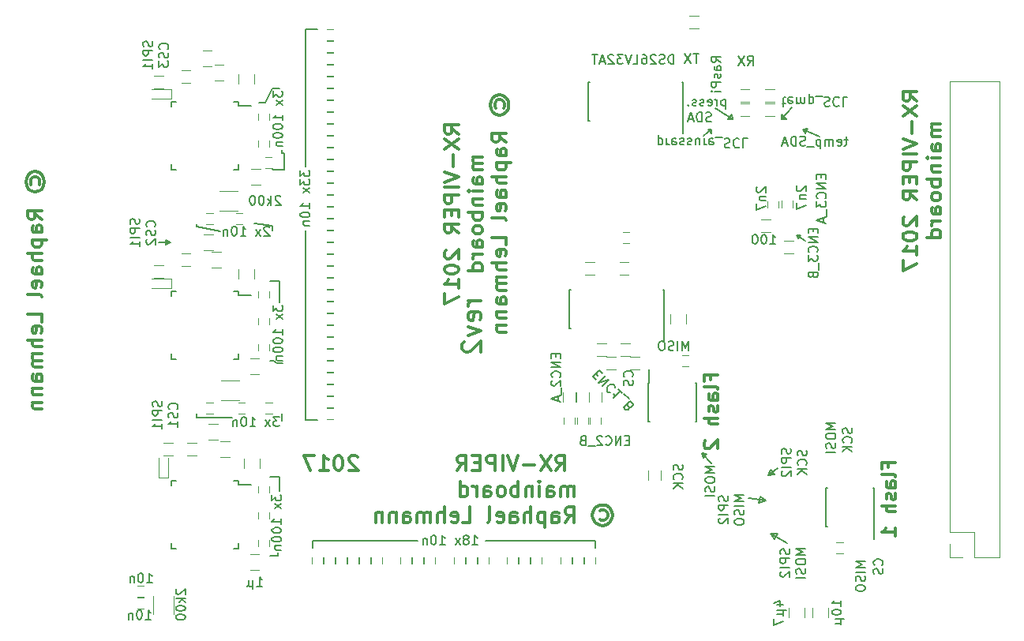
<source format=gbo>
G04 #@! TF.FileFunction,Legend,Bot*
%FSLAX46Y46*%
G04 Gerber Fmt 4.6, Leading zero omitted, Abs format (unit mm)*
G04 Created by KiCad (PCBNEW 4.0.6) date Fri Jul 21 15:53:30 2017*
%MOMM*%
%LPD*%
G01*
G04 APERTURE LIST*
%ADD10C,0.100000*%
%ADD11C,0.300000*%
%ADD12C,0.200000*%
%ADD13C,0.150000*%
%ADD14C,0.120000*%
G04 APERTURE END LIST*
D10*
D11*
X97551762Y-57102714D02*
X96218429Y-57102714D01*
X96599381Y-57102714D02*
X96408905Y-57197953D01*
X96313667Y-57293191D01*
X96218429Y-57483667D01*
X96218429Y-57674143D01*
X97456524Y-59102714D02*
X97551762Y-58912238D01*
X97551762Y-58531286D01*
X97456524Y-58340809D01*
X97266048Y-58245571D01*
X96504143Y-58245571D01*
X96313667Y-58340809D01*
X96218429Y-58531286D01*
X96218429Y-58912238D01*
X96313667Y-59102714D01*
X96504143Y-59197952D01*
X96694619Y-59197952D01*
X96885095Y-58245571D01*
X96218429Y-59864619D02*
X97551762Y-60340810D01*
X96218429Y-60817000D01*
X95742238Y-61483667D02*
X95647000Y-61578905D01*
X95551762Y-61769382D01*
X95551762Y-62245572D01*
X95647000Y-62436048D01*
X95742238Y-62531286D01*
X95932714Y-62626525D01*
X96123190Y-62626525D01*
X96408905Y-62531286D01*
X97551762Y-61388429D01*
X97551762Y-62626525D01*
X49319714Y-44653429D02*
X49248286Y-44496287D01*
X49248286Y-44182001D01*
X49319714Y-44024858D01*
X49462571Y-43867715D01*
X49605429Y-43789144D01*
X49891143Y-43789144D01*
X50034000Y-43867715D01*
X50176857Y-44024858D01*
X50248286Y-44182001D01*
X50248286Y-44496287D01*
X50176857Y-44653429D01*
X48748286Y-44339144D02*
X48819714Y-43946287D01*
X49034000Y-43553429D01*
X49391143Y-43317715D01*
X49748286Y-43239144D01*
X50105429Y-43317715D01*
X50462571Y-43553429D01*
X50676857Y-43946287D01*
X50748286Y-44339144D01*
X50676857Y-44732001D01*
X50462571Y-45124858D01*
X50105429Y-45360572D01*
X49748286Y-45439144D01*
X49391143Y-45360572D01*
X49034000Y-45124858D01*
X48819714Y-44732001D01*
X48748286Y-44339144D01*
X50462571Y-48346286D02*
X49748286Y-47796286D01*
X50462571Y-47403429D02*
X48962571Y-47403429D01*
X48962571Y-48032001D01*
X49034000Y-48189143D01*
X49105429Y-48267715D01*
X49248286Y-48346286D01*
X49462571Y-48346286D01*
X49605429Y-48267715D01*
X49676857Y-48189143D01*
X49748286Y-48032001D01*
X49748286Y-47403429D01*
X50462571Y-49760572D02*
X49676857Y-49760572D01*
X49534000Y-49682001D01*
X49462571Y-49524858D01*
X49462571Y-49210572D01*
X49534000Y-49053429D01*
X50391143Y-49760572D02*
X50462571Y-49603429D01*
X50462571Y-49210572D01*
X50391143Y-49053429D01*
X50248286Y-48974858D01*
X50105429Y-48974858D01*
X49962571Y-49053429D01*
X49891143Y-49210572D01*
X49891143Y-49603429D01*
X49819714Y-49760572D01*
X49462571Y-50546286D02*
X50962571Y-50546286D01*
X49534000Y-50546286D02*
X49462571Y-50703429D01*
X49462571Y-51017715D01*
X49534000Y-51174858D01*
X49605429Y-51253429D01*
X49748286Y-51332000D01*
X50176857Y-51332000D01*
X50319714Y-51253429D01*
X50391143Y-51174858D01*
X50462571Y-51017715D01*
X50462571Y-50703429D01*
X50391143Y-50546286D01*
X50462571Y-52039143D02*
X48962571Y-52039143D01*
X50462571Y-52746286D02*
X49676857Y-52746286D01*
X49534000Y-52667715D01*
X49462571Y-52510572D01*
X49462571Y-52274857D01*
X49534000Y-52117715D01*
X49605429Y-52039143D01*
X50462571Y-54239143D02*
X49676857Y-54239143D01*
X49534000Y-54160572D01*
X49462571Y-54003429D01*
X49462571Y-53689143D01*
X49534000Y-53532000D01*
X50391143Y-54239143D02*
X50462571Y-54082000D01*
X50462571Y-53689143D01*
X50391143Y-53532000D01*
X50248286Y-53453429D01*
X50105429Y-53453429D01*
X49962571Y-53532000D01*
X49891143Y-53689143D01*
X49891143Y-54082000D01*
X49819714Y-54239143D01*
X50391143Y-55653429D02*
X50462571Y-55496286D01*
X50462571Y-55182000D01*
X50391143Y-55024857D01*
X50248286Y-54946286D01*
X49676857Y-54946286D01*
X49534000Y-55024857D01*
X49462571Y-55182000D01*
X49462571Y-55496286D01*
X49534000Y-55653429D01*
X49676857Y-55732000D01*
X49819714Y-55732000D01*
X49962571Y-54946286D01*
X50462571Y-56674857D02*
X50391143Y-56517715D01*
X50248286Y-56439143D01*
X48962571Y-56439143D01*
X50462571Y-59346286D02*
X50462571Y-58560572D01*
X48962571Y-58560572D01*
X50391143Y-60524858D02*
X50462571Y-60367715D01*
X50462571Y-60053429D01*
X50391143Y-59896286D01*
X50248286Y-59817715D01*
X49676857Y-59817715D01*
X49534000Y-59896286D01*
X49462571Y-60053429D01*
X49462571Y-60367715D01*
X49534000Y-60524858D01*
X49676857Y-60603429D01*
X49819714Y-60603429D01*
X49962571Y-59817715D01*
X50462571Y-61310572D02*
X48962571Y-61310572D01*
X50462571Y-62017715D02*
X49676857Y-62017715D01*
X49534000Y-61939144D01*
X49462571Y-61782001D01*
X49462571Y-61546286D01*
X49534000Y-61389144D01*
X49605429Y-61310572D01*
X50462571Y-62803429D02*
X49462571Y-62803429D01*
X49605429Y-62803429D02*
X49534000Y-62882001D01*
X49462571Y-63039143D01*
X49462571Y-63274858D01*
X49534000Y-63432001D01*
X49676857Y-63510572D01*
X50462571Y-63510572D01*
X49676857Y-63510572D02*
X49534000Y-63589143D01*
X49462571Y-63746286D01*
X49462571Y-63982001D01*
X49534000Y-64139143D01*
X49676857Y-64217715D01*
X50462571Y-64217715D01*
X50462571Y-65710572D02*
X49676857Y-65710572D01*
X49534000Y-65632001D01*
X49462571Y-65474858D01*
X49462571Y-65160572D01*
X49534000Y-65003429D01*
X50391143Y-65710572D02*
X50462571Y-65553429D01*
X50462571Y-65160572D01*
X50391143Y-65003429D01*
X50248286Y-64924858D01*
X50105429Y-64924858D01*
X49962571Y-65003429D01*
X49891143Y-65160572D01*
X49891143Y-65553429D01*
X49819714Y-65710572D01*
X49462571Y-66496286D02*
X50462571Y-66496286D01*
X49605429Y-66496286D02*
X49534000Y-66574858D01*
X49462571Y-66732000D01*
X49462571Y-66967715D01*
X49534000Y-67124858D01*
X49676857Y-67203429D01*
X50462571Y-67203429D01*
X49462571Y-67989143D02*
X50462571Y-67989143D01*
X49605429Y-67989143D02*
X49534000Y-68067715D01*
X49462571Y-68224857D01*
X49462571Y-68460572D01*
X49534000Y-68617715D01*
X49676857Y-68696286D01*
X50462571Y-68696286D01*
X144310571Y-35631713D02*
X143596286Y-35081713D01*
X144310571Y-34688856D02*
X142810571Y-34688856D01*
X142810571Y-35317428D01*
X142882000Y-35474570D01*
X142953429Y-35553142D01*
X143096286Y-35631713D01*
X143310571Y-35631713D01*
X143453429Y-35553142D01*
X143524857Y-35474570D01*
X143596286Y-35317428D01*
X143596286Y-34688856D01*
X142810571Y-36181713D02*
X144310571Y-37281713D01*
X142810571Y-37281713D02*
X144310571Y-36181713D01*
X143739143Y-37910285D02*
X143739143Y-39167428D01*
X142810571Y-39717428D02*
X144310571Y-40267428D01*
X142810571Y-40817428D01*
X144310571Y-41367428D02*
X142810571Y-41367428D01*
X144310571Y-42153142D02*
X142810571Y-42153142D01*
X142810571Y-42781714D01*
X142882000Y-42938856D01*
X142953429Y-43017428D01*
X143096286Y-43095999D01*
X143310571Y-43095999D01*
X143453429Y-43017428D01*
X143524857Y-42938856D01*
X143596286Y-42781714D01*
X143596286Y-42153142D01*
X143524857Y-43803142D02*
X143524857Y-44353142D01*
X144310571Y-44588856D02*
X144310571Y-43803142D01*
X142810571Y-43803142D01*
X142810571Y-44588856D01*
X144310571Y-46238856D02*
X143596286Y-45688856D01*
X144310571Y-45295999D02*
X142810571Y-45295999D01*
X142810571Y-45924571D01*
X142882000Y-46081713D01*
X142953429Y-46160285D01*
X143096286Y-46238856D01*
X143310571Y-46238856D01*
X143453429Y-46160285D01*
X143524857Y-46081713D01*
X143596286Y-45924571D01*
X143596286Y-45295999D01*
X142953429Y-48124571D02*
X142882000Y-48203142D01*
X142810571Y-48360285D01*
X142810571Y-48753142D01*
X142882000Y-48910285D01*
X142953429Y-48988856D01*
X143096286Y-49067428D01*
X143239143Y-49067428D01*
X143453429Y-48988856D01*
X144310571Y-48045999D01*
X144310571Y-49067428D01*
X142810571Y-50088857D02*
X142810571Y-50246000D01*
X142882000Y-50403143D01*
X142953429Y-50481714D01*
X143096286Y-50560285D01*
X143382000Y-50638857D01*
X143739143Y-50638857D01*
X144024857Y-50560285D01*
X144167714Y-50481714D01*
X144239143Y-50403143D01*
X144310571Y-50246000D01*
X144310571Y-50088857D01*
X144239143Y-49931714D01*
X144167714Y-49853143D01*
X144024857Y-49774571D01*
X143739143Y-49696000D01*
X143382000Y-49696000D01*
X143096286Y-49774571D01*
X142953429Y-49853143D01*
X142882000Y-49931714D01*
X142810571Y-50088857D01*
X144310571Y-52210286D02*
X144310571Y-51267429D01*
X144310571Y-51738857D02*
X142810571Y-51738857D01*
X143024857Y-51581714D01*
X143167714Y-51424572D01*
X143239143Y-51267429D01*
X142810571Y-52760286D02*
X142810571Y-53860286D01*
X144310571Y-53153143D01*
X146860571Y-38106715D02*
X145860571Y-38106715D01*
X146003429Y-38106715D02*
X145932000Y-38185287D01*
X145860571Y-38342429D01*
X145860571Y-38578144D01*
X145932000Y-38735287D01*
X146074857Y-38813858D01*
X146860571Y-38813858D01*
X146074857Y-38813858D02*
X145932000Y-38892429D01*
X145860571Y-39049572D01*
X145860571Y-39285287D01*
X145932000Y-39442429D01*
X146074857Y-39521001D01*
X146860571Y-39521001D01*
X146860571Y-41013858D02*
X146074857Y-41013858D01*
X145932000Y-40935287D01*
X145860571Y-40778144D01*
X145860571Y-40463858D01*
X145932000Y-40306715D01*
X146789143Y-41013858D02*
X146860571Y-40856715D01*
X146860571Y-40463858D01*
X146789143Y-40306715D01*
X146646286Y-40228144D01*
X146503429Y-40228144D01*
X146360571Y-40306715D01*
X146289143Y-40463858D01*
X146289143Y-40856715D01*
X146217714Y-41013858D01*
X146860571Y-41799572D02*
X145860571Y-41799572D01*
X145360571Y-41799572D02*
X145432000Y-41721001D01*
X145503429Y-41799572D01*
X145432000Y-41878144D01*
X145360571Y-41799572D01*
X145503429Y-41799572D01*
X145860571Y-42585286D02*
X146860571Y-42585286D01*
X146003429Y-42585286D02*
X145932000Y-42663858D01*
X145860571Y-42821000D01*
X145860571Y-43056715D01*
X145932000Y-43213858D01*
X146074857Y-43292429D01*
X146860571Y-43292429D01*
X146860571Y-44078143D02*
X145360571Y-44078143D01*
X145932000Y-44078143D02*
X145860571Y-44235286D01*
X145860571Y-44549572D01*
X145932000Y-44706715D01*
X146003429Y-44785286D01*
X146146286Y-44863857D01*
X146574857Y-44863857D01*
X146717714Y-44785286D01*
X146789143Y-44706715D01*
X146860571Y-44549572D01*
X146860571Y-44235286D01*
X146789143Y-44078143D01*
X146860571Y-45806714D02*
X146789143Y-45649572D01*
X146717714Y-45571000D01*
X146574857Y-45492429D01*
X146146286Y-45492429D01*
X146003429Y-45571000D01*
X145932000Y-45649572D01*
X145860571Y-45806714D01*
X145860571Y-46042429D01*
X145932000Y-46199572D01*
X146003429Y-46278143D01*
X146146286Y-46356714D01*
X146574857Y-46356714D01*
X146717714Y-46278143D01*
X146789143Y-46199572D01*
X146860571Y-46042429D01*
X146860571Y-45806714D01*
X146860571Y-47771000D02*
X146074857Y-47771000D01*
X145932000Y-47692429D01*
X145860571Y-47535286D01*
X145860571Y-47221000D01*
X145932000Y-47063857D01*
X146789143Y-47771000D02*
X146860571Y-47613857D01*
X146860571Y-47221000D01*
X146789143Y-47063857D01*
X146646286Y-46985286D01*
X146503429Y-46985286D01*
X146360571Y-47063857D01*
X146289143Y-47221000D01*
X146289143Y-47613857D01*
X146217714Y-47771000D01*
X146860571Y-48556714D02*
X145860571Y-48556714D01*
X146146286Y-48556714D02*
X146003429Y-48635286D01*
X145932000Y-48713857D01*
X145860571Y-48871000D01*
X145860571Y-49028143D01*
X146860571Y-50285286D02*
X145360571Y-50285286D01*
X146789143Y-50285286D02*
X146860571Y-50128143D01*
X146860571Y-49813857D01*
X146789143Y-49656715D01*
X146717714Y-49578143D01*
X146574857Y-49499572D01*
X146146286Y-49499572D01*
X146003429Y-49578143D01*
X145932000Y-49656715D01*
X145860571Y-49813857D01*
X145860571Y-50128143D01*
X145932000Y-50285286D01*
D12*
X124079000Y-37592000D02*
X124587000Y-37592000D01*
X124460000Y-37084000D02*
X124079000Y-37592000D01*
X124587000Y-37592000D02*
X124460000Y-37084000D01*
X122682000Y-36449000D02*
X124587000Y-37592000D01*
X121920000Y-38735000D02*
X122301000Y-38735000D01*
X122301000Y-39116000D02*
X121920000Y-38735000D01*
X122301000Y-38735000D02*
X122301000Y-39116000D01*
X121412000Y-39370000D02*
X122301000Y-38735000D01*
X132334000Y-39116000D02*
X132080000Y-38735000D01*
X132588000Y-38608000D02*
X132334000Y-39116000D01*
X132080000Y-38735000D02*
X132588000Y-38608000D01*
X133858000Y-39497000D02*
X132080000Y-38735000D01*
X130302000Y-37592000D02*
X129794000Y-37592000D01*
X129794000Y-37084000D02*
X130302000Y-37592000D01*
X129794000Y-37592000D02*
X129794000Y-37084000D01*
X130937000Y-36322000D02*
X129794000Y-37592000D01*
D11*
X95156571Y-39187713D02*
X94442286Y-38637713D01*
X95156571Y-38244856D02*
X93656571Y-38244856D01*
X93656571Y-38873428D01*
X93728000Y-39030570D01*
X93799429Y-39109142D01*
X93942286Y-39187713D01*
X94156571Y-39187713D01*
X94299429Y-39109142D01*
X94370857Y-39030570D01*
X94442286Y-38873428D01*
X94442286Y-38244856D01*
X93656571Y-39737713D02*
X95156571Y-40837713D01*
X93656571Y-40837713D02*
X95156571Y-39737713D01*
X94585143Y-41466285D02*
X94585143Y-42723428D01*
X93656571Y-43273428D02*
X95156571Y-43823428D01*
X93656571Y-44373428D01*
X95156571Y-44923428D02*
X93656571Y-44923428D01*
X95156571Y-45709142D02*
X93656571Y-45709142D01*
X93656571Y-46337714D01*
X93728000Y-46494856D01*
X93799429Y-46573428D01*
X93942286Y-46651999D01*
X94156571Y-46651999D01*
X94299429Y-46573428D01*
X94370857Y-46494856D01*
X94442286Y-46337714D01*
X94442286Y-45709142D01*
X94370857Y-47359142D02*
X94370857Y-47909142D01*
X95156571Y-48144856D02*
X95156571Y-47359142D01*
X93656571Y-47359142D01*
X93656571Y-48144856D01*
X95156571Y-49794856D02*
X94442286Y-49244856D01*
X95156571Y-48851999D02*
X93656571Y-48851999D01*
X93656571Y-49480571D01*
X93728000Y-49637713D01*
X93799429Y-49716285D01*
X93942286Y-49794856D01*
X94156571Y-49794856D01*
X94299429Y-49716285D01*
X94370857Y-49637713D01*
X94442286Y-49480571D01*
X94442286Y-48851999D01*
X93799429Y-51680571D02*
X93728000Y-51759142D01*
X93656571Y-51916285D01*
X93656571Y-52309142D01*
X93728000Y-52466285D01*
X93799429Y-52544856D01*
X93942286Y-52623428D01*
X94085143Y-52623428D01*
X94299429Y-52544856D01*
X95156571Y-51601999D01*
X95156571Y-52623428D01*
X93656571Y-53644857D02*
X93656571Y-53802000D01*
X93728000Y-53959143D01*
X93799429Y-54037714D01*
X93942286Y-54116285D01*
X94228000Y-54194857D01*
X94585143Y-54194857D01*
X94870857Y-54116285D01*
X95013714Y-54037714D01*
X95085143Y-53959143D01*
X95156571Y-53802000D01*
X95156571Y-53644857D01*
X95085143Y-53487714D01*
X95013714Y-53409143D01*
X94870857Y-53330571D01*
X94585143Y-53252000D01*
X94228000Y-53252000D01*
X93942286Y-53330571D01*
X93799429Y-53409143D01*
X93728000Y-53487714D01*
X93656571Y-53644857D01*
X95156571Y-55766286D02*
X95156571Y-54823429D01*
X95156571Y-55294857D02*
X93656571Y-55294857D01*
X93870857Y-55137714D01*
X94013714Y-54980572D01*
X94085143Y-54823429D01*
X93656571Y-56316286D02*
X93656571Y-57416286D01*
X95156571Y-56709143D01*
X97706571Y-41662715D02*
X96706571Y-41662715D01*
X96849429Y-41662715D02*
X96778000Y-41741287D01*
X96706571Y-41898429D01*
X96706571Y-42134144D01*
X96778000Y-42291287D01*
X96920857Y-42369858D01*
X97706571Y-42369858D01*
X96920857Y-42369858D02*
X96778000Y-42448429D01*
X96706571Y-42605572D01*
X96706571Y-42841287D01*
X96778000Y-42998429D01*
X96920857Y-43077001D01*
X97706571Y-43077001D01*
X97706571Y-44569858D02*
X96920857Y-44569858D01*
X96778000Y-44491287D01*
X96706571Y-44334144D01*
X96706571Y-44019858D01*
X96778000Y-43862715D01*
X97635143Y-44569858D02*
X97706571Y-44412715D01*
X97706571Y-44019858D01*
X97635143Y-43862715D01*
X97492286Y-43784144D01*
X97349429Y-43784144D01*
X97206571Y-43862715D01*
X97135143Y-44019858D01*
X97135143Y-44412715D01*
X97063714Y-44569858D01*
X97706571Y-45355572D02*
X96706571Y-45355572D01*
X96206571Y-45355572D02*
X96278000Y-45277001D01*
X96349429Y-45355572D01*
X96278000Y-45434144D01*
X96206571Y-45355572D01*
X96349429Y-45355572D01*
X96706571Y-46141286D02*
X97706571Y-46141286D01*
X96849429Y-46141286D02*
X96778000Y-46219858D01*
X96706571Y-46377000D01*
X96706571Y-46612715D01*
X96778000Y-46769858D01*
X96920857Y-46848429D01*
X97706571Y-46848429D01*
X97706571Y-47634143D02*
X96206571Y-47634143D01*
X96778000Y-47634143D02*
X96706571Y-47791286D01*
X96706571Y-48105572D01*
X96778000Y-48262715D01*
X96849429Y-48341286D01*
X96992286Y-48419857D01*
X97420857Y-48419857D01*
X97563714Y-48341286D01*
X97635143Y-48262715D01*
X97706571Y-48105572D01*
X97706571Y-47791286D01*
X97635143Y-47634143D01*
X97706571Y-49362714D02*
X97635143Y-49205572D01*
X97563714Y-49127000D01*
X97420857Y-49048429D01*
X96992286Y-49048429D01*
X96849429Y-49127000D01*
X96778000Y-49205572D01*
X96706571Y-49362714D01*
X96706571Y-49598429D01*
X96778000Y-49755572D01*
X96849429Y-49834143D01*
X96992286Y-49912714D01*
X97420857Y-49912714D01*
X97563714Y-49834143D01*
X97635143Y-49755572D01*
X97706571Y-49598429D01*
X97706571Y-49362714D01*
X97706571Y-51327000D02*
X96920857Y-51327000D01*
X96778000Y-51248429D01*
X96706571Y-51091286D01*
X96706571Y-50777000D01*
X96778000Y-50619857D01*
X97635143Y-51327000D02*
X97706571Y-51169857D01*
X97706571Y-50777000D01*
X97635143Y-50619857D01*
X97492286Y-50541286D01*
X97349429Y-50541286D01*
X97206571Y-50619857D01*
X97135143Y-50777000D01*
X97135143Y-51169857D01*
X97063714Y-51327000D01*
X97706571Y-52112714D02*
X96706571Y-52112714D01*
X96992286Y-52112714D02*
X96849429Y-52191286D01*
X96778000Y-52269857D01*
X96706571Y-52427000D01*
X96706571Y-52584143D01*
X97706571Y-53841286D02*
X96206571Y-53841286D01*
X97635143Y-53841286D02*
X97706571Y-53684143D01*
X97706571Y-53369857D01*
X97635143Y-53212715D01*
X97563714Y-53134143D01*
X97420857Y-53055572D01*
X96992286Y-53055572D01*
X96849429Y-53134143D01*
X96778000Y-53212715D01*
X96706571Y-53369857D01*
X96706571Y-53684143D01*
X96778000Y-53841286D01*
X99113714Y-36398429D02*
X99042286Y-36241287D01*
X99042286Y-35927001D01*
X99113714Y-35769858D01*
X99256571Y-35612715D01*
X99399429Y-35534144D01*
X99685143Y-35534144D01*
X99828000Y-35612715D01*
X99970857Y-35769858D01*
X100042286Y-35927001D01*
X100042286Y-36241287D01*
X99970857Y-36398429D01*
X98542286Y-36084144D02*
X98613714Y-35691287D01*
X98828000Y-35298429D01*
X99185143Y-35062715D01*
X99542286Y-34984144D01*
X99899429Y-35062715D01*
X100256571Y-35298429D01*
X100470857Y-35691287D01*
X100542286Y-36084144D01*
X100470857Y-36477001D01*
X100256571Y-36869858D01*
X99899429Y-37105572D01*
X99542286Y-37184144D01*
X99185143Y-37105572D01*
X98828000Y-36869858D01*
X98613714Y-36477001D01*
X98542286Y-36084144D01*
X100256571Y-40091286D02*
X99542286Y-39541286D01*
X100256571Y-39148429D02*
X98756571Y-39148429D01*
X98756571Y-39777001D01*
X98828000Y-39934143D01*
X98899429Y-40012715D01*
X99042286Y-40091286D01*
X99256571Y-40091286D01*
X99399429Y-40012715D01*
X99470857Y-39934143D01*
X99542286Y-39777001D01*
X99542286Y-39148429D01*
X100256571Y-41505572D02*
X99470857Y-41505572D01*
X99328000Y-41427001D01*
X99256571Y-41269858D01*
X99256571Y-40955572D01*
X99328000Y-40798429D01*
X100185143Y-41505572D02*
X100256571Y-41348429D01*
X100256571Y-40955572D01*
X100185143Y-40798429D01*
X100042286Y-40719858D01*
X99899429Y-40719858D01*
X99756571Y-40798429D01*
X99685143Y-40955572D01*
X99685143Y-41348429D01*
X99613714Y-41505572D01*
X99256571Y-42291286D02*
X100756571Y-42291286D01*
X99328000Y-42291286D02*
X99256571Y-42448429D01*
X99256571Y-42762715D01*
X99328000Y-42919858D01*
X99399429Y-42998429D01*
X99542286Y-43077000D01*
X99970857Y-43077000D01*
X100113714Y-42998429D01*
X100185143Y-42919858D01*
X100256571Y-42762715D01*
X100256571Y-42448429D01*
X100185143Y-42291286D01*
X100256571Y-43784143D02*
X98756571Y-43784143D01*
X100256571Y-44491286D02*
X99470857Y-44491286D01*
X99328000Y-44412715D01*
X99256571Y-44255572D01*
X99256571Y-44019857D01*
X99328000Y-43862715D01*
X99399429Y-43784143D01*
X100256571Y-45984143D02*
X99470857Y-45984143D01*
X99328000Y-45905572D01*
X99256571Y-45748429D01*
X99256571Y-45434143D01*
X99328000Y-45277000D01*
X100185143Y-45984143D02*
X100256571Y-45827000D01*
X100256571Y-45434143D01*
X100185143Y-45277000D01*
X100042286Y-45198429D01*
X99899429Y-45198429D01*
X99756571Y-45277000D01*
X99685143Y-45434143D01*
X99685143Y-45827000D01*
X99613714Y-45984143D01*
X100185143Y-47398429D02*
X100256571Y-47241286D01*
X100256571Y-46927000D01*
X100185143Y-46769857D01*
X100042286Y-46691286D01*
X99470857Y-46691286D01*
X99328000Y-46769857D01*
X99256571Y-46927000D01*
X99256571Y-47241286D01*
X99328000Y-47398429D01*
X99470857Y-47477000D01*
X99613714Y-47477000D01*
X99756571Y-46691286D01*
X100256571Y-48419857D02*
X100185143Y-48262715D01*
X100042286Y-48184143D01*
X98756571Y-48184143D01*
X100256571Y-51091286D02*
X100256571Y-50305572D01*
X98756571Y-50305572D01*
X100185143Y-52269858D02*
X100256571Y-52112715D01*
X100256571Y-51798429D01*
X100185143Y-51641286D01*
X100042286Y-51562715D01*
X99470857Y-51562715D01*
X99328000Y-51641286D01*
X99256571Y-51798429D01*
X99256571Y-52112715D01*
X99328000Y-52269858D01*
X99470857Y-52348429D01*
X99613714Y-52348429D01*
X99756571Y-51562715D01*
X100256571Y-53055572D02*
X98756571Y-53055572D01*
X100256571Y-53762715D02*
X99470857Y-53762715D01*
X99328000Y-53684144D01*
X99256571Y-53527001D01*
X99256571Y-53291286D01*
X99328000Y-53134144D01*
X99399429Y-53055572D01*
X100256571Y-54548429D02*
X99256571Y-54548429D01*
X99399429Y-54548429D02*
X99328000Y-54627001D01*
X99256571Y-54784143D01*
X99256571Y-55019858D01*
X99328000Y-55177001D01*
X99470857Y-55255572D01*
X100256571Y-55255572D01*
X99470857Y-55255572D02*
X99328000Y-55334143D01*
X99256571Y-55491286D01*
X99256571Y-55727001D01*
X99328000Y-55884143D01*
X99470857Y-55962715D01*
X100256571Y-55962715D01*
X100256571Y-57455572D02*
X99470857Y-57455572D01*
X99328000Y-57377001D01*
X99256571Y-57219858D01*
X99256571Y-56905572D01*
X99328000Y-56748429D01*
X100185143Y-57455572D02*
X100256571Y-57298429D01*
X100256571Y-56905572D01*
X100185143Y-56748429D01*
X100042286Y-56669858D01*
X99899429Y-56669858D01*
X99756571Y-56748429D01*
X99685143Y-56905572D01*
X99685143Y-57298429D01*
X99613714Y-57455572D01*
X99256571Y-58241286D02*
X100256571Y-58241286D01*
X99399429Y-58241286D02*
X99328000Y-58319858D01*
X99256571Y-58477000D01*
X99256571Y-58712715D01*
X99328000Y-58869858D01*
X99470857Y-58948429D01*
X100256571Y-58948429D01*
X99256571Y-59734143D02*
X100256571Y-59734143D01*
X99399429Y-59734143D02*
X99328000Y-59812715D01*
X99256571Y-59969857D01*
X99256571Y-60205572D01*
X99328000Y-60362715D01*
X99470857Y-60441286D01*
X100256571Y-60441286D01*
X122193857Y-65532429D02*
X122193857Y-65032429D01*
X122979571Y-65032429D02*
X121479571Y-65032429D01*
X121479571Y-65746715D01*
X122979571Y-66532429D02*
X122908143Y-66389571D01*
X122765286Y-66318143D01*
X121479571Y-66318143D01*
X122979571Y-67746714D02*
X122193857Y-67746714D01*
X122051000Y-67675285D01*
X121979571Y-67532428D01*
X121979571Y-67246714D01*
X122051000Y-67103857D01*
X122908143Y-67746714D02*
X122979571Y-67603857D01*
X122979571Y-67246714D01*
X122908143Y-67103857D01*
X122765286Y-67032428D01*
X122622429Y-67032428D01*
X122479571Y-67103857D01*
X122408143Y-67246714D01*
X122408143Y-67603857D01*
X122336714Y-67746714D01*
X122908143Y-68389571D02*
X122979571Y-68532428D01*
X122979571Y-68818143D01*
X122908143Y-68961000D01*
X122765286Y-69032428D01*
X122693857Y-69032428D01*
X122551000Y-68961000D01*
X122479571Y-68818143D01*
X122479571Y-68603857D01*
X122408143Y-68461000D01*
X122265286Y-68389571D01*
X122193857Y-68389571D01*
X122051000Y-68461000D01*
X121979571Y-68603857D01*
X121979571Y-68818143D01*
X122051000Y-68961000D01*
X122979571Y-69675286D02*
X121479571Y-69675286D01*
X122979571Y-70318143D02*
X122193857Y-70318143D01*
X122051000Y-70246714D01*
X121979571Y-70103857D01*
X121979571Y-69889572D01*
X122051000Y-69746714D01*
X122122429Y-69675286D01*
X121622429Y-72103857D02*
X121551000Y-72175286D01*
X121479571Y-72318143D01*
X121479571Y-72675286D01*
X121551000Y-72818143D01*
X121622429Y-72889572D01*
X121765286Y-72961000D01*
X121908143Y-72961000D01*
X122122429Y-72889572D01*
X122979571Y-72032429D01*
X122979571Y-72961000D01*
D12*
X131572000Y-50419000D02*
X131445000Y-50038000D01*
X131826000Y-50038000D02*
X131572000Y-50419000D01*
X131445000Y-50038000D02*
X131826000Y-50038000D01*
X132334000Y-50673000D02*
X131445000Y-50038000D01*
D11*
X105611572Y-75314429D02*
X106161572Y-74528714D01*
X106554429Y-75314429D02*
X106554429Y-73664429D01*
X105925857Y-73664429D01*
X105768715Y-73743000D01*
X105690143Y-73821571D01*
X105611572Y-73978714D01*
X105611572Y-74214429D01*
X105690143Y-74371571D01*
X105768715Y-74450143D01*
X105925857Y-74528714D01*
X106554429Y-74528714D01*
X105061572Y-73664429D02*
X103961572Y-75314429D01*
X103961572Y-73664429D02*
X105061572Y-75314429D01*
X103333000Y-74685857D02*
X102075857Y-74685857D01*
X101525857Y-73664429D02*
X100975857Y-75314429D01*
X100425857Y-73664429D01*
X99875857Y-75314429D02*
X99875857Y-73664429D01*
X99090143Y-75314429D02*
X99090143Y-73664429D01*
X98461571Y-73664429D01*
X98304429Y-73743000D01*
X98225857Y-73821571D01*
X98147286Y-73978714D01*
X98147286Y-74214429D01*
X98225857Y-74371571D01*
X98304429Y-74450143D01*
X98461571Y-74528714D01*
X99090143Y-74528714D01*
X97440143Y-74450143D02*
X96890143Y-74450143D01*
X96654429Y-75314429D02*
X97440143Y-75314429D01*
X97440143Y-73664429D01*
X96654429Y-73664429D01*
X95004429Y-75314429D02*
X95554429Y-74528714D01*
X95947286Y-75314429D02*
X95947286Y-73664429D01*
X95318714Y-73664429D01*
X95161572Y-73743000D01*
X95083000Y-73821571D01*
X95004429Y-73978714D01*
X95004429Y-74214429D01*
X95083000Y-74371571D01*
X95161572Y-74450143D01*
X95318714Y-74528714D01*
X95947286Y-74528714D01*
X84318713Y-73821571D02*
X84240142Y-73743000D01*
X84082999Y-73664429D01*
X83690142Y-73664429D01*
X83532999Y-73743000D01*
X83454428Y-73821571D01*
X83375856Y-73978714D01*
X83375856Y-74135857D01*
X83454428Y-74371571D01*
X84397285Y-75314429D01*
X83375856Y-75314429D01*
X82354427Y-73664429D02*
X82197284Y-73664429D01*
X82040141Y-73743000D01*
X81961570Y-73821571D01*
X81882999Y-73978714D01*
X81804427Y-74293000D01*
X81804427Y-74685857D01*
X81882999Y-75000143D01*
X81961570Y-75157286D01*
X82040141Y-75235857D01*
X82197284Y-75314429D01*
X82354427Y-75314429D01*
X82511570Y-75235857D01*
X82590141Y-75157286D01*
X82668713Y-75000143D01*
X82747284Y-74685857D01*
X82747284Y-74293000D01*
X82668713Y-73978714D01*
X82590141Y-73821571D01*
X82511570Y-73743000D01*
X82354427Y-73664429D01*
X80232998Y-75314429D02*
X81175855Y-75314429D01*
X80704427Y-75314429D02*
X80704427Y-73664429D01*
X80861570Y-73900143D01*
X81018712Y-74057286D01*
X81175855Y-74135857D01*
X79682998Y-73664429D02*
X78582998Y-73664429D01*
X79290141Y-75314429D01*
X107536571Y-78089429D02*
X107536571Y-76989429D01*
X107536571Y-77146571D02*
X107457999Y-77068000D01*
X107300857Y-76989429D01*
X107065142Y-76989429D01*
X106907999Y-77068000D01*
X106829428Y-77225143D01*
X106829428Y-78089429D01*
X106829428Y-77225143D02*
X106750857Y-77068000D01*
X106593714Y-76989429D01*
X106357999Y-76989429D01*
X106200857Y-77068000D01*
X106122285Y-77225143D01*
X106122285Y-78089429D01*
X104629428Y-78089429D02*
X104629428Y-77225143D01*
X104707999Y-77068000D01*
X104865142Y-76989429D01*
X105179428Y-76989429D01*
X105336571Y-77068000D01*
X104629428Y-78010857D02*
X104786571Y-78089429D01*
X105179428Y-78089429D01*
X105336571Y-78010857D01*
X105415142Y-77853714D01*
X105415142Y-77696571D01*
X105336571Y-77539429D01*
X105179428Y-77460857D01*
X104786571Y-77460857D01*
X104629428Y-77382286D01*
X103843714Y-78089429D02*
X103843714Y-76989429D01*
X103843714Y-76439429D02*
X103922285Y-76518000D01*
X103843714Y-76596571D01*
X103765142Y-76518000D01*
X103843714Y-76439429D01*
X103843714Y-76596571D01*
X103058000Y-76989429D02*
X103058000Y-78089429D01*
X103058000Y-77146571D02*
X102979428Y-77068000D01*
X102822286Y-76989429D01*
X102586571Y-76989429D01*
X102429428Y-77068000D01*
X102350857Y-77225143D01*
X102350857Y-78089429D01*
X101565143Y-78089429D02*
X101565143Y-76439429D01*
X101565143Y-77068000D02*
X101408000Y-76989429D01*
X101093714Y-76989429D01*
X100936571Y-77068000D01*
X100858000Y-77146571D01*
X100779429Y-77303714D01*
X100779429Y-77775143D01*
X100858000Y-77932286D01*
X100936571Y-78010857D01*
X101093714Y-78089429D01*
X101408000Y-78089429D01*
X101565143Y-78010857D01*
X99836572Y-78089429D02*
X99993714Y-78010857D01*
X100072286Y-77932286D01*
X100150857Y-77775143D01*
X100150857Y-77303714D01*
X100072286Y-77146571D01*
X99993714Y-77068000D01*
X99836572Y-76989429D01*
X99600857Y-76989429D01*
X99443714Y-77068000D01*
X99365143Y-77146571D01*
X99286572Y-77303714D01*
X99286572Y-77775143D01*
X99365143Y-77932286D01*
X99443714Y-78010857D01*
X99600857Y-78089429D01*
X99836572Y-78089429D01*
X97872286Y-78089429D02*
X97872286Y-77225143D01*
X97950857Y-77068000D01*
X98108000Y-76989429D01*
X98422286Y-76989429D01*
X98579429Y-77068000D01*
X97872286Y-78010857D02*
X98029429Y-78089429D01*
X98422286Y-78089429D01*
X98579429Y-78010857D01*
X98658000Y-77853714D01*
X98658000Y-77696571D01*
X98579429Y-77539429D01*
X98422286Y-77460857D01*
X98029429Y-77460857D01*
X97872286Y-77382286D01*
X97086572Y-78089429D02*
X97086572Y-76989429D01*
X97086572Y-77303714D02*
X97008000Y-77146571D01*
X96929429Y-77068000D01*
X96772286Y-76989429D01*
X96615143Y-76989429D01*
X95358000Y-78089429D02*
X95358000Y-76439429D01*
X95358000Y-78010857D02*
X95515143Y-78089429D01*
X95829429Y-78089429D01*
X95986571Y-78010857D01*
X96065143Y-77932286D01*
X96143714Y-77775143D01*
X96143714Y-77303714D01*
X96065143Y-77146571D01*
X95986571Y-77068000D01*
X95829429Y-76989429D01*
X95515143Y-76989429D01*
X95358000Y-77068000D01*
X110286571Y-79607286D02*
X110443713Y-79528714D01*
X110757999Y-79528714D01*
X110915142Y-79607286D01*
X111072285Y-79764429D01*
X111150856Y-79921571D01*
X111150856Y-80235857D01*
X111072285Y-80393000D01*
X110915142Y-80550143D01*
X110757999Y-80628714D01*
X110443713Y-80628714D01*
X110286571Y-80550143D01*
X110600856Y-78978714D02*
X110993713Y-79057286D01*
X111386571Y-79293000D01*
X111622285Y-79685857D01*
X111700856Y-80078714D01*
X111622285Y-80471571D01*
X111386571Y-80864429D01*
X110993713Y-81100143D01*
X110600856Y-81178714D01*
X110207999Y-81100143D01*
X109815142Y-80864429D01*
X109579428Y-80471571D01*
X109500856Y-80078714D01*
X109579428Y-79685857D01*
X109815142Y-79293000D01*
X110207999Y-79057286D01*
X110600856Y-78978714D01*
X106593714Y-80864429D02*
X107143714Y-80078714D01*
X107536571Y-80864429D02*
X107536571Y-79214429D01*
X106907999Y-79214429D01*
X106750857Y-79293000D01*
X106672285Y-79371571D01*
X106593714Y-79528714D01*
X106593714Y-79764429D01*
X106672285Y-79921571D01*
X106750857Y-80000143D01*
X106907999Y-80078714D01*
X107536571Y-80078714D01*
X105179428Y-80864429D02*
X105179428Y-80000143D01*
X105257999Y-79843000D01*
X105415142Y-79764429D01*
X105729428Y-79764429D01*
X105886571Y-79843000D01*
X105179428Y-80785857D02*
X105336571Y-80864429D01*
X105729428Y-80864429D01*
X105886571Y-80785857D01*
X105965142Y-80628714D01*
X105965142Y-80471571D01*
X105886571Y-80314429D01*
X105729428Y-80235857D01*
X105336571Y-80235857D01*
X105179428Y-80157286D01*
X104393714Y-79764429D02*
X104393714Y-81414429D01*
X104393714Y-79843000D02*
X104236571Y-79764429D01*
X103922285Y-79764429D01*
X103765142Y-79843000D01*
X103686571Y-79921571D01*
X103608000Y-80078714D01*
X103608000Y-80550143D01*
X103686571Y-80707286D01*
X103765142Y-80785857D01*
X103922285Y-80864429D01*
X104236571Y-80864429D01*
X104393714Y-80785857D01*
X102900857Y-80864429D02*
X102900857Y-79214429D01*
X102193714Y-80864429D02*
X102193714Y-80000143D01*
X102272285Y-79843000D01*
X102429428Y-79764429D01*
X102665143Y-79764429D01*
X102822285Y-79843000D01*
X102900857Y-79921571D01*
X100700857Y-80864429D02*
X100700857Y-80000143D01*
X100779428Y-79843000D01*
X100936571Y-79764429D01*
X101250857Y-79764429D01*
X101408000Y-79843000D01*
X100700857Y-80785857D02*
X100858000Y-80864429D01*
X101250857Y-80864429D01*
X101408000Y-80785857D01*
X101486571Y-80628714D01*
X101486571Y-80471571D01*
X101408000Y-80314429D01*
X101250857Y-80235857D01*
X100858000Y-80235857D01*
X100700857Y-80157286D01*
X99286571Y-80785857D02*
X99443714Y-80864429D01*
X99758000Y-80864429D01*
X99915143Y-80785857D01*
X99993714Y-80628714D01*
X99993714Y-80000143D01*
X99915143Y-79843000D01*
X99758000Y-79764429D01*
X99443714Y-79764429D01*
X99286571Y-79843000D01*
X99208000Y-80000143D01*
X99208000Y-80157286D01*
X99993714Y-80314429D01*
X98265143Y-80864429D02*
X98422285Y-80785857D01*
X98500857Y-80628714D01*
X98500857Y-79214429D01*
X95593714Y-80864429D02*
X96379428Y-80864429D01*
X96379428Y-79214429D01*
X94415142Y-80785857D02*
X94572285Y-80864429D01*
X94886571Y-80864429D01*
X95043714Y-80785857D01*
X95122285Y-80628714D01*
X95122285Y-80000143D01*
X95043714Y-79843000D01*
X94886571Y-79764429D01*
X94572285Y-79764429D01*
X94415142Y-79843000D01*
X94336571Y-80000143D01*
X94336571Y-80157286D01*
X95122285Y-80314429D01*
X93629428Y-80864429D02*
X93629428Y-79214429D01*
X92922285Y-80864429D02*
X92922285Y-80000143D01*
X93000856Y-79843000D01*
X93157999Y-79764429D01*
X93393714Y-79764429D01*
X93550856Y-79843000D01*
X93629428Y-79921571D01*
X92136571Y-80864429D02*
X92136571Y-79764429D01*
X92136571Y-79921571D02*
X92057999Y-79843000D01*
X91900857Y-79764429D01*
X91665142Y-79764429D01*
X91507999Y-79843000D01*
X91429428Y-80000143D01*
X91429428Y-80864429D01*
X91429428Y-80000143D02*
X91350857Y-79843000D01*
X91193714Y-79764429D01*
X90957999Y-79764429D01*
X90800857Y-79843000D01*
X90722285Y-80000143D01*
X90722285Y-80864429D01*
X89229428Y-80864429D02*
X89229428Y-80000143D01*
X89307999Y-79843000D01*
X89465142Y-79764429D01*
X89779428Y-79764429D01*
X89936571Y-79843000D01*
X89229428Y-80785857D02*
X89386571Y-80864429D01*
X89779428Y-80864429D01*
X89936571Y-80785857D01*
X90015142Y-80628714D01*
X90015142Y-80471571D01*
X89936571Y-80314429D01*
X89779428Y-80235857D01*
X89386571Y-80235857D01*
X89229428Y-80157286D01*
X88443714Y-79764429D02*
X88443714Y-80864429D01*
X88443714Y-79921571D02*
X88365142Y-79843000D01*
X88208000Y-79764429D01*
X87972285Y-79764429D01*
X87815142Y-79843000D01*
X87736571Y-80000143D01*
X87736571Y-80864429D01*
X86950857Y-79764429D02*
X86950857Y-80864429D01*
X86950857Y-79921571D02*
X86872285Y-79843000D01*
X86715143Y-79764429D01*
X86479428Y-79764429D01*
X86322285Y-79843000D01*
X86243714Y-80000143D01*
X86243714Y-80864429D01*
D12*
X123793000Y-35511714D02*
X123793000Y-36511714D01*
X123793000Y-35559333D02*
X123697762Y-35511714D01*
X123507285Y-35511714D01*
X123412047Y-35559333D01*
X123364428Y-35606952D01*
X123316809Y-35702190D01*
X123316809Y-35987905D01*
X123364428Y-36083143D01*
X123412047Y-36130762D01*
X123507285Y-36178381D01*
X123697762Y-36178381D01*
X123793000Y-36130762D01*
X122888238Y-36178381D02*
X122888238Y-35511714D01*
X122888238Y-35702190D02*
X122840619Y-35606952D01*
X122793000Y-35559333D01*
X122697762Y-35511714D01*
X122602523Y-35511714D01*
X121888237Y-36130762D02*
X121983475Y-36178381D01*
X122173952Y-36178381D01*
X122269190Y-36130762D01*
X122316809Y-36035524D01*
X122316809Y-35654571D01*
X122269190Y-35559333D01*
X122173952Y-35511714D01*
X121983475Y-35511714D01*
X121888237Y-35559333D01*
X121840618Y-35654571D01*
X121840618Y-35749810D01*
X122316809Y-35845048D01*
X121459666Y-36130762D02*
X121364428Y-36178381D01*
X121173952Y-36178381D01*
X121078713Y-36130762D01*
X121031094Y-36035524D01*
X121031094Y-35987905D01*
X121078713Y-35892667D01*
X121173952Y-35845048D01*
X121316809Y-35845048D01*
X121412047Y-35797429D01*
X121459666Y-35702190D01*
X121459666Y-35654571D01*
X121412047Y-35559333D01*
X121316809Y-35511714D01*
X121173952Y-35511714D01*
X121078713Y-35559333D01*
X120650142Y-36130762D02*
X120554904Y-36178381D01*
X120364428Y-36178381D01*
X120269189Y-36130762D01*
X120221570Y-36035524D01*
X120221570Y-35987905D01*
X120269189Y-35892667D01*
X120364428Y-35845048D01*
X120507285Y-35845048D01*
X120602523Y-35797429D01*
X120650142Y-35702190D01*
X120650142Y-35654571D01*
X120602523Y-35559333D01*
X120507285Y-35511714D01*
X120364428Y-35511714D01*
X120269189Y-35559333D01*
X119792999Y-36083143D02*
X119745380Y-36130762D01*
X119792999Y-36178381D01*
X119840618Y-36130762D01*
X119792999Y-36083143D01*
X119792999Y-36178381D01*
X122245381Y-37830762D02*
X122102524Y-37878381D01*
X121864428Y-37878381D01*
X121769190Y-37830762D01*
X121721571Y-37783143D01*
X121673952Y-37687905D01*
X121673952Y-37592667D01*
X121721571Y-37497429D01*
X121769190Y-37449810D01*
X121864428Y-37402190D01*
X122054905Y-37354571D01*
X122150143Y-37306952D01*
X122197762Y-37259333D01*
X122245381Y-37164095D01*
X122245381Y-37068857D01*
X122197762Y-36973619D01*
X122150143Y-36926000D01*
X122054905Y-36878381D01*
X121816809Y-36878381D01*
X121673952Y-36926000D01*
X121245381Y-37878381D02*
X121245381Y-36878381D01*
X121007286Y-36878381D01*
X120864428Y-36926000D01*
X120769190Y-37021238D01*
X120721571Y-37116476D01*
X120673952Y-37306952D01*
X120673952Y-37449810D01*
X120721571Y-37640286D01*
X120769190Y-37735524D01*
X120864428Y-37830762D01*
X121007286Y-37878381D01*
X121245381Y-37878381D01*
X120293000Y-37592667D02*
X119816809Y-37592667D01*
X120388238Y-37878381D02*
X120054905Y-36878381D01*
X119721571Y-37878381D01*
X129850000Y-35901286D02*
X130230952Y-35901286D01*
X129992857Y-36234619D02*
X129992857Y-35377476D01*
X130040476Y-35282238D01*
X130135714Y-35234619D01*
X130230952Y-35234619D01*
X130945239Y-35282238D02*
X130850001Y-35234619D01*
X130659524Y-35234619D01*
X130564286Y-35282238D01*
X130516667Y-35377476D01*
X130516667Y-35758429D01*
X130564286Y-35853667D01*
X130659524Y-35901286D01*
X130850001Y-35901286D01*
X130945239Y-35853667D01*
X130992858Y-35758429D01*
X130992858Y-35663190D01*
X130516667Y-35567952D01*
X131421429Y-35234619D02*
X131421429Y-35901286D01*
X131421429Y-35806048D02*
X131469048Y-35853667D01*
X131564286Y-35901286D01*
X131707144Y-35901286D01*
X131802382Y-35853667D01*
X131850001Y-35758429D01*
X131850001Y-35234619D01*
X131850001Y-35758429D02*
X131897620Y-35853667D01*
X131992858Y-35901286D01*
X132135715Y-35901286D01*
X132230953Y-35853667D01*
X132278572Y-35758429D01*
X132278572Y-35234619D01*
X132754762Y-35901286D02*
X132754762Y-34901286D01*
X132754762Y-35853667D02*
X132850000Y-35901286D01*
X133040477Y-35901286D01*
X133135715Y-35853667D01*
X133183334Y-35806048D01*
X133230953Y-35710810D01*
X133230953Y-35425095D01*
X133183334Y-35329857D01*
X133135715Y-35282238D01*
X133040477Y-35234619D01*
X132850000Y-35234619D01*
X132754762Y-35282238D01*
X133421429Y-35139381D02*
X134183334Y-35139381D01*
X134373810Y-35282238D02*
X134516667Y-35234619D01*
X134754763Y-35234619D01*
X134850001Y-35282238D01*
X134897620Y-35329857D01*
X134945239Y-35425095D01*
X134945239Y-35520333D01*
X134897620Y-35615571D01*
X134850001Y-35663190D01*
X134754763Y-35710810D01*
X134564286Y-35758429D01*
X134469048Y-35806048D01*
X134421429Y-35853667D01*
X134373810Y-35948905D01*
X134373810Y-36044143D01*
X134421429Y-36139381D01*
X134469048Y-36187000D01*
X134564286Y-36234619D01*
X134802382Y-36234619D01*
X134945239Y-36187000D01*
X135945239Y-35329857D02*
X135897620Y-35282238D01*
X135754763Y-35234619D01*
X135659525Y-35234619D01*
X135516667Y-35282238D01*
X135421429Y-35377476D01*
X135373810Y-35472714D01*
X135326191Y-35663190D01*
X135326191Y-35806048D01*
X135373810Y-35996524D01*
X135421429Y-36091762D01*
X135516667Y-36187000D01*
X135659525Y-36234619D01*
X135754763Y-36234619D01*
X135897620Y-36187000D01*
X135945239Y-36139381D01*
X136850001Y-35234619D02*
X136373810Y-35234619D01*
X136373810Y-36234619D01*
X116570713Y-40346286D02*
X116570713Y-39346286D01*
X116570713Y-40298667D02*
X116665951Y-40346286D01*
X116856428Y-40346286D01*
X116951666Y-40298667D01*
X116999285Y-40251048D01*
X117046904Y-40155810D01*
X117046904Y-39870095D01*
X116999285Y-39774857D01*
X116951666Y-39727238D01*
X116856428Y-39679619D01*
X116665951Y-39679619D01*
X116570713Y-39727238D01*
X117475475Y-39679619D02*
X117475475Y-40346286D01*
X117475475Y-40155810D02*
X117523094Y-40251048D01*
X117570713Y-40298667D01*
X117665951Y-40346286D01*
X117761190Y-40346286D01*
X118475476Y-39727238D02*
X118380238Y-39679619D01*
X118189761Y-39679619D01*
X118094523Y-39727238D01*
X118046904Y-39822476D01*
X118046904Y-40203429D01*
X118094523Y-40298667D01*
X118189761Y-40346286D01*
X118380238Y-40346286D01*
X118475476Y-40298667D01*
X118523095Y-40203429D01*
X118523095Y-40108190D01*
X118046904Y-40012952D01*
X118904047Y-39727238D02*
X118999285Y-39679619D01*
X119189761Y-39679619D01*
X119285000Y-39727238D01*
X119332619Y-39822476D01*
X119332619Y-39870095D01*
X119285000Y-39965333D01*
X119189761Y-40012952D01*
X119046904Y-40012952D01*
X118951666Y-40060571D01*
X118904047Y-40155810D01*
X118904047Y-40203429D01*
X118951666Y-40298667D01*
X119046904Y-40346286D01*
X119189761Y-40346286D01*
X119285000Y-40298667D01*
X119713571Y-39727238D02*
X119808809Y-39679619D01*
X119999285Y-39679619D01*
X120094524Y-39727238D01*
X120142143Y-39822476D01*
X120142143Y-39870095D01*
X120094524Y-39965333D01*
X119999285Y-40012952D01*
X119856428Y-40012952D01*
X119761190Y-40060571D01*
X119713571Y-40155810D01*
X119713571Y-40203429D01*
X119761190Y-40298667D01*
X119856428Y-40346286D01*
X119999285Y-40346286D01*
X120094524Y-40298667D01*
X120999286Y-40346286D02*
X120999286Y-39679619D01*
X120570714Y-40346286D02*
X120570714Y-39822476D01*
X120618333Y-39727238D01*
X120713571Y-39679619D01*
X120856429Y-39679619D01*
X120951667Y-39727238D01*
X120999286Y-39774857D01*
X121475476Y-39679619D02*
X121475476Y-40346286D01*
X121475476Y-40155810D02*
X121523095Y-40251048D01*
X121570714Y-40298667D01*
X121665952Y-40346286D01*
X121761191Y-40346286D01*
X122475477Y-39727238D02*
X122380239Y-39679619D01*
X122189762Y-39679619D01*
X122094524Y-39727238D01*
X122046905Y-39822476D01*
X122046905Y-40203429D01*
X122094524Y-40298667D01*
X122189762Y-40346286D01*
X122380239Y-40346286D01*
X122475477Y-40298667D01*
X122523096Y-40203429D01*
X122523096Y-40108190D01*
X122046905Y-40012952D01*
X122713572Y-39584381D02*
X123475477Y-39584381D01*
X123665953Y-39727238D02*
X123808810Y-39679619D01*
X124046906Y-39679619D01*
X124142144Y-39727238D01*
X124189763Y-39774857D01*
X124237382Y-39870095D01*
X124237382Y-39965333D01*
X124189763Y-40060571D01*
X124142144Y-40108190D01*
X124046906Y-40155810D01*
X123856429Y-40203429D01*
X123761191Y-40251048D01*
X123713572Y-40298667D01*
X123665953Y-40393905D01*
X123665953Y-40489143D01*
X123713572Y-40584381D01*
X123761191Y-40632000D01*
X123856429Y-40679619D01*
X124094525Y-40679619D01*
X124237382Y-40632000D01*
X125237382Y-39774857D02*
X125189763Y-39727238D01*
X125046906Y-39679619D01*
X124951668Y-39679619D01*
X124808810Y-39727238D01*
X124713572Y-39822476D01*
X124665953Y-39917714D01*
X124618334Y-40108190D01*
X124618334Y-40251048D01*
X124665953Y-40441524D01*
X124713572Y-40536762D01*
X124808810Y-40632000D01*
X124951668Y-40679619D01*
X125046906Y-40679619D01*
X125189763Y-40632000D01*
X125237382Y-40584381D01*
X126142144Y-39679619D02*
X125665953Y-39679619D01*
X125665953Y-40679619D01*
X136873810Y-39790714D02*
X136492858Y-39790714D01*
X136730953Y-39457381D02*
X136730953Y-40314524D01*
X136683334Y-40409762D01*
X136588096Y-40457381D01*
X136492858Y-40457381D01*
X135778571Y-40409762D02*
X135873809Y-40457381D01*
X136064286Y-40457381D01*
X136159524Y-40409762D01*
X136207143Y-40314524D01*
X136207143Y-39933571D01*
X136159524Y-39838333D01*
X136064286Y-39790714D01*
X135873809Y-39790714D01*
X135778571Y-39838333D01*
X135730952Y-39933571D01*
X135730952Y-40028810D01*
X136207143Y-40124048D01*
X135302381Y-40457381D02*
X135302381Y-39790714D01*
X135302381Y-39885952D02*
X135254762Y-39838333D01*
X135159524Y-39790714D01*
X135016666Y-39790714D01*
X134921428Y-39838333D01*
X134873809Y-39933571D01*
X134873809Y-40457381D01*
X134873809Y-39933571D02*
X134826190Y-39838333D01*
X134730952Y-39790714D01*
X134588095Y-39790714D01*
X134492857Y-39838333D01*
X134445238Y-39933571D01*
X134445238Y-40457381D01*
X133969048Y-39790714D02*
X133969048Y-40790714D01*
X133969048Y-39838333D02*
X133873810Y-39790714D01*
X133683333Y-39790714D01*
X133588095Y-39838333D01*
X133540476Y-39885952D01*
X133492857Y-39981190D01*
X133492857Y-40266905D01*
X133540476Y-40362143D01*
X133588095Y-40409762D01*
X133683333Y-40457381D01*
X133873810Y-40457381D01*
X133969048Y-40409762D01*
X133302381Y-40552619D02*
X132540476Y-40552619D01*
X132350000Y-40409762D02*
X132207143Y-40457381D01*
X131969047Y-40457381D01*
X131873809Y-40409762D01*
X131826190Y-40362143D01*
X131778571Y-40266905D01*
X131778571Y-40171667D01*
X131826190Y-40076429D01*
X131873809Y-40028810D01*
X131969047Y-39981190D01*
X132159524Y-39933571D01*
X132254762Y-39885952D01*
X132302381Y-39838333D01*
X132350000Y-39743095D01*
X132350000Y-39647857D01*
X132302381Y-39552619D01*
X132254762Y-39505000D01*
X132159524Y-39457381D01*
X131921428Y-39457381D01*
X131778571Y-39505000D01*
X131350000Y-40457381D02*
X131350000Y-39457381D01*
X131111905Y-39457381D01*
X130969047Y-39505000D01*
X130873809Y-39600238D01*
X130826190Y-39695476D01*
X130778571Y-39885952D01*
X130778571Y-40028810D01*
X130826190Y-40219286D01*
X130873809Y-40314524D01*
X130969047Y-40409762D01*
X131111905Y-40457381D01*
X131350000Y-40457381D01*
X130397619Y-40171667D02*
X129921428Y-40171667D01*
X130492857Y-40457381D02*
X130159524Y-39457381D01*
X129826190Y-40457381D01*
X126150666Y-31821381D02*
X126484000Y-31345190D01*
X126722095Y-31821381D02*
X126722095Y-30821381D01*
X126341142Y-30821381D01*
X126245904Y-30869000D01*
X126198285Y-30916619D01*
X126150666Y-31011857D01*
X126150666Y-31154714D01*
X126198285Y-31249952D01*
X126245904Y-31297571D01*
X126341142Y-31345190D01*
X126722095Y-31345190D01*
X125817333Y-30821381D02*
X125150666Y-31821381D01*
X125150666Y-30821381D02*
X125817333Y-31821381D01*
X120903905Y-30567381D02*
X120332476Y-30567381D01*
X120618191Y-31567381D02*
X120618191Y-30567381D01*
X120094381Y-30567381D02*
X119427714Y-31567381D01*
X119427714Y-30567381D02*
X120094381Y-31567381D01*
X123261381Y-31480286D02*
X122785190Y-31146952D01*
X123261381Y-30908857D02*
X122261381Y-30908857D01*
X122261381Y-31289810D01*
X122309000Y-31385048D01*
X122356619Y-31432667D01*
X122451857Y-31480286D01*
X122594714Y-31480286D01*
X122689952Y-31432667D01*
X122737571Y-31385048D01*
X122785190Y-31289810D01*
X122785190Y-30908857D01*
X123261381Y-32337429D02*
X122737571Y-32337429D01*
X122642333Y-32289810D01*
X122594714Y-32194572D01*
X122594714Y-32004095D01*
X122642333Y-31908857D01*
X123213762Y-32337429D02*
X123261381Y-32242191D01*
X123261381Y-32004095D01*
X123213762Y-31908857D01*
X123118524Y-31861238D01*
X123023286Y-31861238D01*
X122928048Y-31908857D01*
X122880429Y-32004095D01*
X122880429Y-32242191D01*
X122832810Y-32337429D01*
X123213762Y-32766000D02*
X123261381Y-32861238D01*
X123261381Y-33051714D01*
X123213762Y-33146953D01*
X123118524Y-33194572D01*
X123070905Y-33194572D01*
X122975667Y-33146953D01*
X122928048Y-33051714D01*
X122928048Y-32908857D01*
X122880429Y-32813619D01*
X122785190Y-32766000D01*
X122737571Y-32766000D01*
X122642333Y-32813619D01*
X122594714Y-32908857D01*
X122594714Y-33051714D01*
X122642333Y-33146953D01*
X123261381Y-33623143D02*
X122261381Y-33623143D01*
X122261381Y-34004096D01*
X122309000Y-34099334D01*
X122356619Y-34146953D01*
X122451857Y-34194572D01*
X122594714Y-34194572D01*
X122689952Y-34146953D01*
X122737571Y-34099334D01*
X122785190Y-34004096D01*
X122785190Y-33623143D01*
X123261381Y-34623143D02*
X122594714Y-34623143D01*
X122261381Y-34623143D02*
X122309000Y-34575524D01*
X122356619Y-34623143D01*
X122309000Y-34670762D01*
X122261381Y-34623143D01*
X122356619Y-34623143D01*
X75311000Y-43053000D02*
X75184000Y-42926000D01*
X76454000Y-43053000D02*
X75311000Y-43053000D01*
X76454000Y-41275000D02*
X76454000Y-43053000D01*
X76200000Y-41275000D02*
X76454000Y-41275000D01*
X76200000Y-40894000D02*
X76200000Y-41275000D01*
X75184000Y-34290000D02*
X75946000Y-34290000D01*
X74422000Y-35814000D02*
X75184000Y-34290000D01*
X73787000Y-35814000D02*
X74422000Y-35814000D01*
D13*
X75271381Y-34592000D02*
X75271381Y-35211048D01*
X75652333Y-34877714D01*
X75652333Y-35020572D01*
X75699952Y-35115810D01*
X75747571Y-35163429D01*
X75842810Y-35211048D01*
X76080905Y-35211048D01*
X76176143Y-35163429D01*
X76223762Y-35115810D01*
X76271381Y-35020572D01*
X76271381Y-34734857D01*
X76223762Y-34639619D01*
X76176143Y-34592000D01*
X76271381Y-35544381D02*
X75604714Y-36068191D01*
X75604714Y-35544381D02*
X76271381Y-36068191D01*
X76271381Y-37734858D02*
X76271381Y-37163429D01*
X76271381Y-37449143D02*
X75271381Y-37449143D01*
X75414238Y-37353905D01*
X75509476Y-37258667D01*
X75557095Y-37163429D01*
X75271381Y-38353905D02*
X75271381Y-38449144D01*
X75319000Y-38544382D01*
X75366619Y-38592001D01*
X75461857Y-38639620D01*
X75652333Y-38687239D01*
X75890429Y-38687239D01*
X76080905Y-38639620D01*
X76176143Y-38592001D01*
X76223762Y-38544382D01*
X76271381Y-38449144D01*
X76271381Y-38353905D01*
X76223762Y-38258667D01*
X76176143Y-38211048D01*
X76080905Y-38163429D01*
X75890429Y-38115810D01*
X75652333Y-38115810D01*
X75461857Y-38163429D01*
X75366619Y-38211048D01*
X75319000Y-38258667D01*
X75271381Y-38353905D01*
X75271381Y-39306286D02*
X75271381Y-39401525D01*
X75319000Y-39496763D01*
X75366619Y-39544382D01*
X75461857Y-39592001D01*
X75652333Y-39639620D01*
X75890429Y-39639620D01*
X76080905Y-39592001D01*
X76176143Y-39544382D01*
X76223762Y-39496763D01*
X76271381Y-39401525D01*
X76271381Y-39306286D01*
X76223762Y-39211048D01*
X76176143Y-39163429D01*
X76080905Y-39115810D01*
X75890429Y-39068191D01*
X75652333Y-39068191D01*
X75461857Y-39115810D01*
X75366619Y-39163429D01*
X75319000Y-39211048D01*
X75271381Y-39306286D01*
X75604714Y-40068191D02*
X76271381Y-40068191D01*
X75699952Y-40068191D02*
X75652333Y-40115810D01*
X75604714Y-40211048D01*
X75604714Y-40353906D01*
X75652333Y-40449144D01*
X75747571Y-40496763D01*
X76271381Y-40496763D01*
D12*
X67056000Y-49149000D02*
X69596000Y-49657000D01*
X67056000Y-48895000D02*
X67056000Y-49149000D01*
X75184000Y-49022000D02*
X75184000Y-49530000D01*
X73279000Y-48768000D02*
X75184000Y-49022000D01*
D13*
X74866191Y-49204619D02*
X74818572Y-49157000D01*
X74723334Y-49109381D01*
X74485238Y-49109381D01*
X74390000Y-49157000D01*
X74342381Y-49204619D01*
X74294762Y-49299857D01*
X74294762Y-49395095D01*
X74342381Y-49537952D01*
X74913810Y-50109381D01*
X74294762Y-50109381D01*
X73961429Y-50109381D02*
X73437619Y-49442714D01*
X73961429Y-49442714D02*
X73437619Y-50109381D01*
X71770952Y-50109381D02*
X72342381Y-50109381D01*
X72056667Y-50109381D02*
X72056667Y-49109381D01*
X72151905Y-49252238D01*
X72247143Y-49347476D01*
X72342381Y-49395095D01*
X71151905Y-49109381D02*
X71056666Y-49109381D01*
X70961428Y-49157000D01*
X70913809Y-49204619D01*
X70866190Y-49299857D01*
X70818571Y-49490333D01*
X70818571Y-49728429D01*
X70866190Y-49918905D01*
X70913809Y-50014143D01*
X70961428Y-50061762D01*
X71056666Y-50109381D01*
X71151905Y-50109381D01*
X71247143Y-50061762D01*
X71294762Y-50014143D01*
X71342381Y-49918905D01*
X71390000Y-49728429D01*
X71390000Y-49490333D01*
X71342381Y-49299857D01*
X71294762Y-49204619D01*
X71247143Y-49157000D01*
X71151905Y-49109381D01*
X70390000Y-49442714D02*
X70390000Y-50109381D01*
X70390000Y-49537952D02*
X70342381Y-49490333D01*
X70247143Y-49442714D01*
X70104285Y-49442714D01*
X70009047Y-49490333D01*
X69961428Y-49585571D01*
X69961428Y-50109381D01*
D12*
X75946000Y-54991000D02*
X74930000Y-54991000D01*
X75946000Y-57277000D02*
X75946000Y-54991000D01*
X75692000Y-63754000D02*
X76327000Y-63754000D01*
X75311000Y-63500000D02*
X75692000Y-63754000D01*
X74930000Y-63500000D02*
X75311000Y-63500000D01*
D13*
X75271381Y-57579000D02*
X75271381Y-58198048D01*
X75652333Y-57864714D01*
X75652333Y-58007572D01*
X75699952Y-58102810D01*
X75747571Y-58150429D01*
X75842810Y-58198048D01*
X76080905Y-58198048D01*
X76176143Y-58150429D01*
X76223762Y-58102810D01*
X76271381Y-58007572D01*
X76271381Y-57721857D01*
X76223762Y-57626619D01*
X76176143Y-57579000D01*
X76271381Y-58531381D02*
X75604714Y-59055191D01*
X75604714Y-58531381D02*
X76271381Y-59055191D01*
X76271381Y-60721858D02*
X76271381Y-60150429D01*
X76271381Y-60436143D02*
X75271381Y-60436143D01*
X75414238Y-60340905D01*
X75509476Y-60245667D01*
X75557095Y-60150429D01*
X75271381Y-61340905D02*
X75271381Y-61436144D01*
X75319000Y-61531382D01*
X75366619Y-61579001D01*
X75461857Y-61626620D01*
X75652333Y-61674239D01*
X75890429Y-61674239D01*
X76080905Y-61626620D01*
X76176143Y-61579001D01*
X76223762Y-61531382D01*
X76271381Y-61436144D01*
X76271381Y-61340905D01*
X76223762Y-61245667D01*
X76176143Y-61198048D01*
X76080905Y-61150429D01*
X75890429Y-61102810D01*
X75652333Y-61102810D01*
X75461857Y-61150429D01*
X75366619Y-61198048D01*
X75319000Y-61245667D01*
X75271381Y-61340905D01*
X75271381Y-62293286D02*
X75271381Y-62388525D01*
X75319000Y-62483763D01*
X75366619Y-62531382D01*
X75461857Y-62579001D01*
X75652333Y-62626620D01*
X75890429Y-62626620D01*
X76080905Y-62579001D01*
X76176143Y-62531382D01*
X76223762Y-62483763D01*
X76271381Y-62388525D01*
X76271381Y-62293286D01*
X76223762Y-62198048D01*
X76176143Y-62150429D01*
X76080905Y-62102810D01*
X75890429Y-62055191D01*
X75652333Y-62055191D01*
X75461857Y-62102810D01*
X75366619Y-62150429D01*
X75319000Y-62198048D01*
X75271381Y-62293286D01*
X75604714Y-63055191D02*
X76271381Y-63055191D01*
X75699952Y-63055191D02*
X75652333Y-63102810D01*
X75604714Y-63198048D01*
X75604714Y-63340906D01*
X75652333Y-63436144D01*
X75747571Y-63483763D01*
X76271381Y-63483763D01*
D12*
X75819000Y-84455000D02*
X75819000Y-84074000D01*
X74930000Y-84455000D02*
X75819000Y-84455000D01*
X75946000Y-75946000D02*
X75946000Y-77470000D01*
X74930000Y-75946000D02*
X75946000Y-75946000D01*
D13*
X75144381Y-77899000D02*
X75144381Y-78518048D01*
X75525333Y-78184714D01*
X75525333Y-78327572D01*
X75572952Y-78422810D01*
X75620571Y-78470429D01*
X75715810Y-78518048D01*
X75953905Y-78518048D01*
X76049143Y-78470429D01*
X76096762Y-78422810D01*
X76144381Y-78327572D01*
X76144381Y-78041857D01*
X76096762Y-77946619D01*
X76049143Y-77899000D01*
X76144381Y-78851381D02*
X75477714Y-79375191D01*
X75477714Y-78851381D02*
X76144381Y-79375191D01*
X76144381Y-81041858D02*
X76144381Y-80470429D01*
X76144381Y-80756143D02*
X75144381Y-80756143D01*
X75287238Y-80660905D01*
X75382476Y-80565667D01*
X75430095Y-80470429D01*
X75144381Y-81660905D02*
X75144381Y-81756144D01*
X75192000Y-81851382D01*
X75239619Y-81899001D01*
X75334857Y-81946620D01*
X75525333Y-81994239D01*
X75763429Y-81994239D01*
X75953905Y-81946620D01*
X76049143Y-81899001D01*
X76096762Y-81851382D01*
X76144381Y-81756144D01*
X76144381Y-81660905D01*
X76096762Y-81565667D01*
X76049143Y-81518048D01*
X75953905Y-81470429D01*
X75763429Y-81422810D01*
X75525333Y-81422810D01*
X75334857Y-81470429D01*
X75239619Y-81518048D01*
X75192000Y-81565667D01*
X75144381Y-81660905D01*
X75144381Y-82613286D02*
X75144381Y-82708525D01*
X75192000Y-82803763D01*
X75239619Y-82851382D01*
X75334857Y-82899001D01*
X75525333Y-82946620D01*
X75763429Y-82946620D01*
X75953905Y-82899001D01*
X76049143Y-82851382D01*
X76096762Y-82803763D01*
X76144381Y-82708525D01*
X76144381Y-82613286D01*
X76096762Y-82518048D01*
X76049143Y-82470429D01*
X75953905Y-82422810D01*
X75763429Y-82375191D01*
X75525333Y-82375191D01*
X75334857Y-82422810D01*
X75239619Y-82470429D01*
X75192000Y-82518048D01*
X75144381Y-82613286D01*
X75477714Y-83375191D02*
X76144381Y-83375191D01*
X75572952Y-83375191D02*
X75525333Y-83422810D01*
X75477714Y-83518048D01*
X75477714Y-83660906D01*
X75525333Y-83756144D01*
X75620571Y-83803763D01*
X76144381Y-83803763D01*
X75929810Y-69556381D02*
X75310762Y-69556381D01*
X75644096Y-69937333D01*
X75501238Y-69937333D01*
X75406000Y-69984952D01*
X75358381Y-70032571D01*
X75310762Y-70127810D01*
X75310762Y-70365905D01*
X75358381Y-70461143D01*
X75406000Y-70508762D01*
X75501238Y-70556381D01*
X75786953Y-70556381D01*
X75882191Y-70508762D01*
X75929810Y-70461143D01*
X74977429Y-70556381D02*
X74453619Y-69889714D01*
X74977429Y-69889714D02*
X74453619Y-70556381D01*
X72786952Y-70556381D02*
X73358381Y-70556381D01*
X73072667Y-70556381D02*
X73072667Y-69556381D01*
X73167905Y-69699238D01*
X73263143Y-69794476D01*
X73358381Y-69842095D01*
X72167905Y-69556381D02*
X72072666Y-69556381D01*
X71977428Y-69604000D01*
X71929809Y-69651619D01*
X71882190Y-69746857D01*
X71834571Y-69937333D01*
X71834571Y-70175429D01*
X71882190Y-70365905D01*
X71929809Y-70461143D01*
X71977428Y-70508762D01*
X72072666Y-70556381D01*
X72167905Y-70556381D01*
X72263143Y-70508762D01*
X72310762Y-70461143D01*
X72358381Y-70365905D01*
X72406000Y-70175429D01*
X72406000Y-69937333D01*
X72358381Y-69746857D01*
X72310762Y-69651619D01*
X72263143Y-69604000D01*
X72167905Y-69556381D01*
X71406000Y-69889714D02*
X71406000Y-70556381D01*
X71406000Y-69984952D02*
X71358381Y-69937333D01*
X71263143Y-69889714D01*
X71120285Y-69889714D01*
X71025047Y-69937333D01*
X70977428Y-70032571D01*
X70977428Y-70556381D01*
D12*
X76200000Y-69215000D02*
X76200000Y-69977000D01*
X67056000Y-69596000D02*
X70866000Y-69596000D01*
X67056000Y-69215000D02*
X67056000Y-69596000D01*
X63308762Y-67842000D02*
X63356381Y-67984857D01*
X63356381Y-68222953D01*
X63308762Y-68318191D01*
X63261143Y-68365810D01*
X63165905Y-68413429D01*
X63070667Y-68413429D01*
X62975429Y-68365810D01*
X62927810Y-68318191D01*
X62880190Y-68222953D01*
X62832571Y-68032476D01*
X62784952Y-67937238D01*
X62737333Y-67889619D01*
X62642095Y-67842000D01*
X62546857Y-67842000D01*
X62451619Y-67889619D01*
X62404000Y-67937238D01*
X62356381Y-68032476D01*
X62356381Y-68270572D01*
X62404000Y-68413429D01*
X63356381Y-68842000D02*
X62356381Y-68842000D01*
X62356381Y-69222953D01*
X62404000Y-69318191D01*
X62451619Y-69365810D01*
X62546857Y-69413429D01*
X62689714Y-69413429D01*
X62784952Y-69365810D01*
X62832571Y-69318191D01*
X62880190Y-69222953D01*
X62880190Y-68842000D01*
X63356381Y-69842000D02*
X62356381Y-69842000D01*
X63356381Y-70842000D02*
X63356381Y-70270571D01*
X63356381Y-70556285D02*
X62356381Y-70556285D01*
X62499238Y-70461047D01*
X62594476Y-70365809D01*
X62642095Y-70270571D01*
X64961143Y-68699143D02*
X65008762Y-68651524D01*
X65056381Y-68508667D01*
X65056381Y-68413429D01*
X65008762Y-68270571D01*
X64913524Y-68175333D01*
X64818286Y-68127714D01*
X64627810Y-68080095D01*
X64484952Y-68080095D01*
X64294476Y-68127714D01*
X64199238Y-68175333D01*
X64104000Y-68270571D01*
X64056381Y-68413429D01*
X64056381Y-68508667D01*
X64104000Y-68651524D01*
X64151619Y-68699143D01*
X65008762Y-69080095D02*
X65056381Y-69222952D01*
X65056381Y-69461048D01*
X65008762Y-69556286D01*
X64961143Y-69603905D01*
X64865905Y-69651524D01*
X64770667Y-69651524D01*
X64675429Y-69603905D01*
X64627810Y-69556286D01*
X64580190Y-69461048D01*
X64532571Y-69270571D01*
X64484952Y-69175333D01*
X64437333Y-69127714D01*
X64342095Y-69080095D01*
X64246857Y-69080095D01*
X64151619Y-69127714D01*
X64104000Y-69175333D01*
X64056381Y-69270571D01*
X64056381Y-69508667D01*
X64104000Y-69651524D01*
X65056381Y-70603905D02*
X65056381Y-70032476D01*
X65056381Y-70318190D02*
X64056381Y-70318190D01*
X64199238Y-70222952D01*
X64294476Y-70127714D01*
X64342095Y-70032476D01*
X63754000Y-51054000D02*
X64262000Y-50800000D01*
X63754000Y-50546000D02*
X63754000Y-51054000D01*
X64262000Y-50800000D02*
X63754000Y-50546000D01*
X62992000Y-50800000D02*
X64262000Y-50800000D01*
X60895762Y-48284000D02*
X60943381Y-48426857D01*
X60943381Y-48664953D01*
X60895762Y-48760191D01*
X60848143Y-48807810D01*
X60752905Y-48855429D01*
X60657667Y-48855429D01*
X60562429Y-48807810D01*
X60514810Y-48760191D01*
X60467190Y-48664953D01*
X60419571Y-48474476D01*
X60371952Y-48379238D01*
X60324333Y-48331619D01*
X60229095Y-48284000D01*
X60133857Y-48284000D01*
X60038619Y-48331619D01*
X59991000Y-48379238D01*
X59943381Y-48474476D01*
X59943381Y-48712572D01*
X59991000Y-48855429D01*
X60943381Y-49284000D02*
X59943381Y-49284000D01*
X59943381Y-49664953D01*
X59991000Y-49760191D01*
X60038619Y-49807810D01*
X60133857Y-49855429D01*
X60276714Y-49855429D01*
X60371952Y-49807810D01*
X60419571Y-49760191D01*
X60467190Y-49664953D01*
X60467190Y-49284000D01*
X60943381Y-50284000D02*
X59943381Y-50284000D01*
X60943381Y-51284000D02*
X60943381Y-50712571D01*
X60943381Y-50998285D02*
X59943381Y-50998285D01*
X60086238Y-50903047D01*
X60181476Y-50807809D01*
X60229095Y-50712571D01*
X62548143Y-49141143D02*
X62595762Y-49093524D01*
X62643381Y-48950667D01*
X62643381Y-48855429D01*
X62595762Y-48712571D01*
X62500524Y-48617333D01*
X62405286Y-48569714D01*
X62214810Y-48522095D01*
X62071952Y-48522095D01*
X61881476Y-48569714D01*
X61786238Y-48617333D01*
X61691000Y-48712571D01*
X61643381Y-48855429D01*
X61643381Y-48950667D01*
X61691000Y-49093524D01*
X61738619Y-49141143D01*
X62595762Y-49522095D02*
X62643381Y-49664952D01*
X62643381Y-49903048D01*
X62595762Y-49998286D01*
X62548143Y-50045905D01*
X62452905Y-50093524D01*
X62357667Y-50093524D01*
X62262429Y-50045905D01*
X62214810Y-49998286D01*
X62167190Y-49903048D01*
X62119571Y-49712571D01*
X62071952Y-49617333D01*
X62024333Y-49569714D01*
X61929095Y-49522095D01*
X61833857Y-49522095D01*
X61738619Y-49569714D01*
X61691000Y-49617333D01*
X61643381Y-49712571D01*
X61643381Y-49950667D01*
X61691000Y-50093524D01*
X61738619Y-50474476D02*
X61691000Y-50522095D01*
X61643381Y-50617333D01*
X61643381Y-50855429D01*
X61691000Y-50950667D01*
X61738619Y-50998286D01*
X61833857Y-51045905D01*
X61929095Y-51045905D01*
X62071952Y-50998286D01*
X62643381Y-50426857D01*
X62643381Y-51045905D01*
X62292762Y-29234000D02*
X62340381Y-29376857D01*
X62340381Y-29614953D01*
X62292762Y-29710191D01*
X62245143Y-29757810D01*
X62149905Y-29805429D01*
X62054667Y-29805429D01*
X61959429Y-29757810D01*
X61911810Y-29710191D01*
X61864190Y-29614953D01*
X61816571Y-29424476D01*
X61768952Y-29329238D01*
X61721333Y-29281619D01*
X61626095Y-29234000D01*
X61530857Y-29234000D01*
X61435619Y-29281619D01*
X61388000Y-29329238D01*
X61340381Y-29424476D01*
X61340381Y-29662572D01*
X61388000Y-29805429D01*
X62340381Y-30234000D02*
X61340381Y-30234000D01*
X61340381Y-30614953D01*
X61388000Y-30710191D01*
X61435619Y-30757810D01*
X61530857Y-30805429D01*
X61673714Y-30805429D01*
X61768952Y-30757810D01*
X61816571Y-30710191D01*
X61864190Y-30614953D01*
X61864190Y-30234000D01*
X62340381Y-31234000D02*
X61340381Y-31234000D01*
X62340381Y-32234000D02*
X62340381Y-31662571D01*
X62340381Y-31948285D02*
X61340381Y-31948285D01*
X61483238Y-31853047D01*
X61578476Y-31757809D01*
X61626095Y-31662571D01*
X63945143Y-30091143D02*
X63992762Y-30043524D01*
X64040381Y-29900667D01*
X64040381Y-29805429D01*
X63992762Y-29662571D01*
X63897524Y-29567333D01*
X63802286Y-29519714D01*
X63611810Y-29472095D01*
X63468952Y-29472095D01*
X63278476Y-29519714D01*
X63183238Y-29567333D01*
X63088000Y-29662571D01*
X63040381Y-29805429D01*
X63040381Y-29900667D01*
X63088000Y-30043524D01*
X63135619Y-30091143D01*
X63992762Y-30472095D02*
X64040381Y-30614952D01*
X64040381Y-30853048D01*
X63992762Y-30948286D01*
X63945143Y-30995905D01*
X63849905Y-31043524D01*
X63754667Y-31043524D01*
X63659429Y-30995905D01*
X63611810Y-30948286D01*
X63564190Y-30853048D01*
X63516571Y-30662571D01*
X63468952Y-30567333D01*
X63421333Y-30519714D01*
X63326095Y-30472095D01*
X63230857Y-30472095D01*
X63135619Y-30519714D01*
X63088000Y-30567333D01*
X63040381Y-30662571D01*
X63040381Y-30900667D01*
X63088000Y-31043524D01*
X63040381Y-31376857D02*
X63040381Y-31995905D01*
X63421333Y-31662571D01*
X63421333Y-31805429D01*
X63468952Y-31900667D01*
X63516571Y-31948286D01*
X63611810Y-31995905D01*
X63849905Y-31995905D01*
X63945143Y-31948286D01*
X63992762Y-31900667D01*
X64040381Y-31805429D01*
X64040381Y-31519714D01*
X63992762Y-31424476D01*
X63945143Y-31376857D01*
D13*
X78192381Y-43101000D02*
X78192381Y-43720048D01*
X78573333Y-43386714D01*
X78573333Y-43529572D01*
X78620952Y-43624810D01*
X78668571Y-43672429D01*
X78763810Y-43720048D01*
X79001905Y-43720048D01*
X79097143Y-43672429D01*
X79144762Y-43624810D01*
X79192381Y-43529572D01*
X79192381Y-43243857D01*
X79144762Y-43148619D01*
X79097143Y-43101000D01*
X78192381Y-44053381D02*
X78192381Y-44672429D01*
X78573333Y-44339095D01*
X78573333Y-44481953D01*
X78620952Y-44577191D01*
X78668571Y-44624810D01*
X78763810Y-44672429D01*
X79001905Y-44672429D01*
X79097143Y-44624810D01*
X79144762Y-44577191D01*
X79192381Y-44481953D01*
X79192381Y-44196238D01*
X79144762Y-44101000D01*
X79097143Y-44053381D01*
X79192381Y-45005762D02*
X78525714Y-45529572D01*
X78525714Y-45005762D02*
X79192381Y-45529572D01*
X79192381Y-47196239D02*
X79192381Y-46624810D01*
X79192381Y-46910524D02*
X78192381Y-46910524D01*
X78335238Y-46815286D01*
X78430476Y-46720048D01*
X78478095Y-46624810D01*
X78192381Y-47815286D02*
X78192381Y-47910525D01*
X78240000Y-48005763D01*
X78287619Y-48053382D01*
X78382857Y-48101001D01*
X78573333Y-48148620D01*
X78811429Y-48148620D01*
X79001905Y-48101001D01*
X79097143Y-48053382D01*
X79144762Y-48005763D01*
X79192381Y-47910525D01*
X79192381Y-47815286D01*
X79144762Y-47720048D01*
X79097143Y-47672429D01*
X79001905Y-47624810D01*
X78811429Y-47577191D01*
X78573333Y-47577191D01*
X78382857Y-47624810D01*
X78287619Y-47672429D01*
X78240000Y-47720048D01*
X78192381Y-47815286D01*
X78525714Y-48577191D02*
X79192381Y-48577191D01*
X78620952Y-48577191D02*
X78573333Y-48624810D01*
X78525714Y-48720048D01*
X78525714Y-48862906D01*
X78573333Y-48958144D01*
X78668571Y-49005763D01*
X79192381Y-49005763D01*
D12*
X78740000Y-69850000D02*
X80010000Y-69850000D01*
X78740000Y-49530000D02*
X78740000Y-69850000D01*
X78740000Y-27940000D02*
X78740000Y-42672000D01*
X80010000Y-27940000D02*
X78740000Y-27940000D01*
X79502000Y-82804000D02*
X79502000Y-83566000D01*
X79502000Y-82804000D02*
X90805000Y-82804000D01*
X109855000Y-82804000D02*
X109855000Y-83566000D01*
X98044000Y-82804000D02*
X109855000Y-82804000D01*
D13*
X96614952Y-83256381D02*
X97186381Y-83256381D01*
X96900667Y-83256381D02*
X96900667Y-82256381D01*
X96995905Y-82399238D01*
X97091143Y-82494476D01*
X97186381Y-82542095D01*
X96043524Y-82684952D02*
X96138762Y-82637333D01*
X96186381Y-82589714D01*
X96234000Y-82494476D01*
X96234000Y-82446857D01*
X96186381Y-82351619D01*
X96138762Y-82304000D01*
X96043524Y-82256381D01*
X95853047Y-82256381D01*
X95757809Y-82304000D01*
X95710190Y-82351619D01*
X95662571Y-82446857D01*
X95662571Y-82494476D01*
X95710190Y-82589714D01*
X95757809Y-82637333D01*
X95853047Y-82684952D01*
X96043524Y-82684952D01*
X96138762Y-82732571D01*
X96186381Y-82780190D01*
X96234000Y-82875429D01*
X96234000Y-83065905D01*
X96186381Y-83161143D01*
X96138762Y-83208762D01*
X96043524Y-83256381D01*
X95853047Y-83256381D01*
X95757809Y-83208762D01*
X95710190Y-83161143D01*
X95662571Y-83065905D01*
X95662571Y-82875429D01*
X95710190Y-82780190D01*
X95757809Y-82732571D01*
X95853047Y-82684952D01*
X95329238Y-83256381D02*
X94805428Y-82589714D01*
X95329238Y-82589714D02*
X94805428Y-83256381D01*
X93138761Y-83256381D02*
X93710190Y-83256381D01*
X93424476Y-83256381D02*
X93424476Y-82256381D01*
X93519714Y-82399238D01*
X93614952Y-82494476D01*
X93710190Y-82542095D01*
X92519714Y-82256381D02*
X92424475Y-82256381D01*
X92329237Y-82304000D01*
X92281618Y-82351619D01*
X92233999Y-82446857D01*
X92186380Y-82637333D01*
X92186380Y-82875429D01*
X92233999Y-83065905D01*
X92281618Y-83161143D01*
X92329237Y-83208762D01*
X92424475Y-83256381D01*
X92519714Y-83256381D01*
X92614952Y-83208762D01*
X92662571Y-83161143D01*
X92710190Y-83065905D01*
X92757809Y-82875429D01*
X92757809Y-82637333D01*
X92710190Y-82446857D01*
X92662571Y-82351619D01*
X92614952Y-82304000D01*
X92519714Y-82256381D01*
X91757809Y-82589714D02*
X91757809Y-83256381D01*
X91757809Y-82684952D02*
X91710190Y-82637333D01*
X91614952Y-82589714D01*
X91472094Y-82589714D01*
X91376856Y-82637333D01*
X91329237Y-82732571D01*
X91329237Y-83256381D01*
D12*
X121412000Y-73914000D02*
X121285000Y-73406000D01*
X121793000Y-73533000D02*
X121412000Y-73914000D01*
X121285000Y-73406000D02*
X121793000Y-73533000D01*
X122301000Y-74549000D02*
X121285000Y-73406000D01*
X129032000Y-75692000D02*
X128397000Y-75819000D01*
X128651000Y-75184000D02*
X129032000Y-75692000D01*
X128397000Y-75819000D02*
X128651000Y-75184000D01*
X128397000Y-75819000D02*
X129413000Y-75057000D01*
X129032000Y-82677000D02*
X128651000Y-82042000D01*
X129413000Y-82042000D02*
X129032000Y-82677000D01*
X128651000Y-82042000D02*
X129413000Y-82042000D01*
X130429000Y-83058000D02*
X128651000Y-82042000D01*
X140565143Y-85431334D02*
X140612762Y-85383715D01*
X140660381Y-85240858D01*
X140660381Y-85145620D01*
X140612762Y-85002762D01*
X140517524Y-84907524D01*
X140422286Y-84859905D01*
X140231810Y-84812286D01*
X140088952Y-84812286D01*
X139898476Y-84859905D01*
X139803238Y-84907524D01*
X139708000Y-85002762D01*
X139660381Y-85145620D01*
X139660381Y-85240858D01*
X139708000Y-85383715D01*
X139755619Y-85431334D01*
X140612762Y-85812286D02*
X140660381Y-85955143D01*
X140660381Y-86193239D01*
X140612762Y-86288477D01*
X140565143Y-86336096D01*
X140469905Y-86383715D01*
X140374667Y-86383715D01*
X140279429Y-86336096D01*
X140231810Y-86288477D01*
X140184190Y-86193239D01*
X140136571Y-86002762D01*
X140088952Y-85907524D01*
X140041333Y-85859905D01*
X139946095Y-85812286D01*
X139850857Y-85812286D01*
X139755619Y-85859905D01*
X139708000Y-85907524D01*
X139660381Y-86002762D01*
X139660381Y-86240858D01*
X139708000Y-86383715D01*
X138755381Y-85042572D02*
X137755381Y-85042572D01*
X138469667Y-85375906D01*
X137755381Y-85709239D01*
X138755381Y-85709239D01*
X138755381Y-86185429D02*
X137755381Y-86185429D01*
X138707762Y-86614000D02*
X138755381Y-86756857D01*
X138755381Y-86994953D01*
X138707762Y-87090191D01*
X138660143Y-87137810D01*
X138564905Y-87185429D01*
X138469667Y-87185429D01*
X138374429Y-87137810D01*
X138326810Y-87090191D01*
X138279190Y-86994953D01*
X138231571Y-86804476D01*
X138183952Y-86709238D01*
X138136333Y-86661619D01*
X138041095Y-86614000D01*
X137945857Y-86614000D01*
X137850619Y-86661619D01*
X137803000Y-86709238D01*
X137755381Y-86804476D01*
X137755381Y-87042572D01*
X137803000Y-87185429D01*
X137755381Y-87804476D02*
X137755381Y-87994953D01*
X137803000Y-88090191D01*
X137898238Y-88185429D01*
X138088714Y-88233048D01*
X138422048Y-88233048D01*
X138612524Y-88185429D01*
X138707762Y-88090191D01*
X138755381Y-87994953D01*
X138755381Y-87804476D01*
X138707762Y-87709238D01*
X138612524Y-87614000D01*
X138422048Y-87566381D01*
X138088714Y-87566381D01*
X137898238Y-87614000D01*
X137803000Y-87709238D01*
X137755381Y-87804476D01*
X135580381Y-70183572D02*
X134580381Y-70183572D01*
X135294667Y-70516906D01*
X134580381Y-70850239D01*
X135580381Y-70850239D01*
X134580381Y-71516905D02*
X134580381Y-71707382D01*
X134628000Y-71802620D01*
X134723238Y-71897858D01*
X134913714Y-71945477D01*
X135247048Y-71945477D01*
X135437524Y-71897858D01*
X135532762Y-71802620D01*
X135580381Y-71707382D01*
X135580381Y-71516905D01*
X135532762Y-71421667D01*
X135437524Y-71326429D01*
X135247048Y-71278810D01*
X134913714Y-71278810D01*
X134723238Y-71326429D01*
X134628000Y-71421667D01*
X134580381Y-71516905D01*
X135532762Y-72326429D02*
X135580381Y-72469286D01*
X135580381Y-72707382D01*
X135532762Y-72802620D01*
X135485143Y-72850239D01*
X135389905Y-72897858D01*
X135294667Y-72897858D01*
X135199429Y-72850239D01*
X135151810Y-72802620D01*
X135104190Y-72707382D01*
X135056571Y-72516905D01*
X135008952Y-72421667D01*
X134961333Y-72374048D01*
X134866095Y-72326429D01*
X134770857Y-72326429D01*
X134675619Y-72374048D01*
X134628000Y-72421667D01*
X134580381Y-72516905D01*
X134580381Y-72755001D01*
X134628000Y-72897858D01*
X135580381Y-73326429D02*
X134580381Y-73326429D01*
X137310762Y-70723286D02*
X137358381Y-70866143D01*
X137358381Y-71104239D01*
X137310762Y-71199477D01*
X137263143Y-71247096D01*
X137167905Y-71294715D01*
X137072667Y-71294715D01*
X136977429Y-71247096D01*
X136929810Y-71199477D01*
X136882190Y-71104239D01*
X136834571Y-70913762D01*
X136786952Y-70818524D01*
X136739333Y-70770905D01*
X136644095Y-70723286D01*
X136548857Y-70723286D01*
X136453619Y-70770905D01*
X136406000Y-70818524D01*
X136358381Y-70913762D01*
X136358381Y-71151858D01*
X136406000Y-71294715D01*
X137263143Y-72294715D02*
X137310762Y-72247096D01*
X137358381Y-72104239D01*
X137358381Y-72009001D01*
X137310762Y-71866143D01*
X137215524Y-71770905D01*
X137120286Y-71723286D01*
X136929810Y-71675667D01*
X136786952Y-71675667D01*
X136596476Y-71723286D01*
X136501238Y-71770905D01*
X136406000Y-71866143D01*
X136358381Y-72009001D01*
X136358381Y-72104239D01*
X136406000Y-72247096D01*
X136453619Y-72294715D01*
X137358381Y-72723286D02*
X136358381Y-72723286D01*
X137358381Y-73294715D02*
X136786952Y-72866143D01*
X136358381Y-73294715D02*
X136929810Y-72723286D01*
D11*
X141243857Y-74930429D02*
X141243857Y-74430429D01*
X142029571Y-74430429D02*
X140529571Y-74430429D01*
X140529571Y-75144715D01*
X142029571Y-75930429D02*
X141958143Y-75787571D01*
X141815286Y-75716143D01*
X140529571Y-75716143D01*
X142029571Y-77144714D02*
X141243857Y-77144714D01*
X141101000Y-77073285D01*
X141029571Y-76930428D01*
X141029571Y-76644714D01*
X141101000Y-76501857D01*
X141958143Y-77144714D02*
X142029571Y-77001857D01*
X142029571Y-76644714D01*
X141958143Y-76501857D01*
X141815286Y-76430428D01*
X141672429Y-76430428D01*
X141529571Y-76501857D01*
X141458143Y-76644714D01*
X141458143Y-77001857D01*
X141386714Y-77144714D01*
X141958143Y-77787571D02*
X142029571Y-77930428D01*
X142029571Y-78216143D01*
X141958143Y-78359000D01*
X141815286Y-78430428D01*
X141743857Y-78430428D01*
X141601000Y-78359000D01*
X141529571Y-78216143D01*
X141529571Y-78001857D01*
X141458143Y-77859000D01*
X141315286Y-77787571D01*
X141243857Y-77787571D01*
X141101000Y-77859000D01*
X141029571Y-78001857D01*
X141029571Y-78216143D01*
X141101000Y-78359000D01*
X142029571Y-79073286D02*
X140529571Y-79073286D01*
X142029571Y-79716143D02*
X141243857Y-79716143D01*
X141101000Y-79644714D01*
X141029571Y-79501857D01*
X141029571Y-79287572D01*
X141101000Y-79144714D01*
X141172429Y-79073286D01*
X142029571Y-82359000D02*
X142029571Y-81501857D01*
X142029571Y-81930429D02*
X140529571Y-81930429D01*
X140743857Y-81787572D01*
X140886714Y-81644714D01*
X140958143Y-81501857D01*
D12*
X127381000Y-78740000D02*
X128143000Y-78486000D01*
X127508000Y-78105000D02*
X127381000Y-78740000D01*
X128143000Y-78486000D02*
X127508000Y-78105000D01*
X126238000Y-78232000D02*
X128143000Y-78486000D01*
X124014762Y-78002000D02*
X124062381Y-78144857D01*
X124062381Y-78382953D01*
X124014762Y-78478191D01*
X123967143Y-78525810D01*
X123871905Y-78573429D01*
X123776667Y-78573429D01*
X123681429Y-78525810D01*
X123633810Y-78478191D01*
X123586190Y-78382953D01*
X123538571Y-78192476D01*
X123490952Y-78097238D01*
X123443333Y-78049619D01*
X123348095Y-78002000D01*
X123252857Y-78002000D01*
X123157619Y-78049619D01*
X123110000Y-78097238D01*
X123062381Y-78192476D01*
X123062381Y-78430572D01*
X123110000Y-78573429D01*
X124062381Y-79002000D02*
X123062381Y-79002000D01*
X123062381Y-79382953D01*
X123110000Y-79478191D01*
X123157619Y-79525810D01*
X123252857Y-79573429D01*
X123395714Y-79573429D01*
X123490952Y-79525810D01*
X123538571Y-79478191D01*
X123586190Y-79382953D01*
X123586190Y-79002000D01*
X124062381Y-80002000D02*
X123062381Y-80002000D01*
X123157619Y-80430571D02*
X123110000Y-80478190D01*
X123062381Y-80573428D01*
X123062381Y-80811524D01*
X123110000Y-80906762D01*
X123157619Y-80954381D01*
X123252857Y-81002000D01*
X123348095Y-81002000D01*
X123490952Y-80954381D01*
X124062381Y-80382952D01*
X124062381Y-81002000D01*
X125762381Y-77930572D02*
X124762381Y-77930572D01*
X125476667Y-78263906D01*
X124762381Y-78597239D01*
X125762381Y-78597239D01*
X125762381Y-79073429D02*
X124762381Y-79073429D01*
X125714762Y-79502000D02*
X125762381Y-79644857D01*
X125762381Y-79882953D01*
X125714762Y-79978191D01*
X125667143Y-80025810D01*
X125571905Y-80073429D01*
X125476667Y-80073429D01*
X125381429Y-80025810D01*
X125333810Y-79978191D01*
X125286190Y-79882953D01*
X125238571Y-79692476D01*
X125190952Y-79597238D01*
X125143333Y-79549619D01*
X125048095Y-79502000D01*
X124952857Y-79502000D01*
X124857619Y-79549619D01*
X124810000Y-79597238D01*
X124762381Y-79692476D01*
X124762381Y-79930572D01*
X124810000Y-80073429D01*
X124762381Y-80692476D02*
X124762381Y-80882953D01*
X124810000Y-80978191D01*
X124905238Y-81073429D01*
X125095714Y-81121048D01*
X125429048Y-81121048D01*
X125619524Y-81073429D01*
X125714762Y-80978191D01*
X125762381Y-80882953D01*
X125762381Y-80692476D01*
X125714762Y-80597238D01*
X125619524Y-80502000D01*
X125429048Y-80454381D01*
X125095714Y-80454381D01*
X124905238Y-80502000D01*
X124810000Y-80597238D01*
X124762381Y-80692476D01*
X130745762Y-72922000D02*
X130793381Y-73064857D01*
X130793381Y-73302953D01*
X130745762Y-73398191D01*
X130698143Y-73445810D01*
X130602905Y-73493429D01*
X130507667Y-73493429D01*
X130412429Y-73445810D01*
X130364810Y-73398191D01*
X130317190Y-73302953D01*
X130269571Y-73112476D01*
X130221952Y-73017238D01*
X130174333Y-72969619D01*
X130079095Y-72922000D01*
X129983857Y-72922000D01*
X129888619Y-72969619D01*
X129841000Y-73017238D01*
X129793381Y-73112476D01*
X129793381Y-73350572D01*
X129841000Y-73493429D01*
X130793381Y-73922000D02*
X129793381Y-73922000D01*
X129793381Y-74302953D01*
X129841000Y-74398191D01*
X129888619Y-74445810D01*
X129983857Y-74493429D01*
X130126714Y-74493429D01*
X130221952Y-74445810D01*
X130269571Y-74398191D01*
X130317190Y-74302953D01*
X130317190Y-73922000D01*
X130793381Y-74922000D02*
X129793381Y-74922000D01*
X129888619Y-75350571D02*
X129841000Y-75398190D01*
X129793381Y-75493428D01*
X129793381Y-75731524D01*
X129841000Y-75826762D01*
X129888619Y-75874381D01*
X129983857Y-75922000D01*
X130079095Y-75922000D01*
X130221952Y-75874381D01*
X130793381Y-75302952D01*
X130793381Y-75922000D01*
X132445762Y-73136286D02*
X132493381Y-73279143D01*
X132493381Y-73517239D01*
X132445762Y-73612477D01*
X132398143Y-73660096D01*
X132302905Y-73707715D01*
X132207667Y-73707715D01*
X132112429Y-73660096D01*
X132064810Y-73612477D01*
X132017190Y-73517239D01*
X131969571Y-73326762D01*
X131921952Y-73231524D01*
X131874333Y-73183905D01*
X131779095Y-73136286D01*
X131683857Y-73136286D01*
X131588619Y-73183905D01*
X131541000Y-73231524D01*
X131493381Y-73326762D01*
X131493381Y-73564858D01*
X131541000Y-73707715D01*
X132398143Y-74707715D02*
X132445762Y-74660096D01*
X132493381Y-74517239D01*
X132493381Y-74422001D01*
X132445762Y-74279143D01*
X132350524Y-74183905D01*
X132255286Y-74136286D01*
X132064810Y-74088667D01*
X131921952Y-74088667D01*
X131731476Y-74136286D01*
X131636238Y-74183905D01*
X131541000Y-74279143D01*
X131493381Y-74422001D01*
X131493381Y-74517239D01*
X131541000Y-74660096D01*
X131588619Y-74707715D01*
X132493381Y-75136286D02*
X131493381Y-75136286D01*
X132493381Y-75707715D02*
X131921952Y-75279143D01*
X131493381Y-75707715D02*
X132064810Y-75136286D01*
X130618762Y-83717000D02*
X130666381Y-83859857D01*
X130666381Y-84097953D01*
X130618762Y-84193191D01*
X130571143Y-84240810D01*
X130475905Y-84288429D01*
X130380667Y-84288429D01*
X130285429Y-84240810D01*
X130237810Y-84193191D01*
X130190190Y-84097953D01*
X130142571Y-83907476D01*
X130094952Y-83812238D01*
X130047333Y-83764619D01*
X129952095Y-83717000D01*
X129856857Y-83717000D01*
X129761619Y-83764619D01*
X129714000Y-83812238D01*
X129666381Y-83907476D01*
X129666381Y-84145572D01*
X129714000Y-84288429D01*
X130666381Y-84717000D02*
X129666381Y-84717000D01*
X129666381Y-85097953D01*
X129714000Y-85193191D01*
X129761619Y-85240810D01*
X129856857Y-85288429D01*
X129999714Y-85288429D01*
X130094952Y-85240810D01*
X130142571Y-85193191D01*
X130190190Y-85097953D01*
X130190190Y-84717000D01*
X130666381Y-85717000D02*
X129666381Y-85717000D01*
X129761619Y-86145571D02*
X129714000Y-86193190D01*
X129666381Y-86288428D01*
X129666381Y-86526524D01*
X129714000Y-86621762D01*
X129761619Y-86669381D01*
X129856857Y-86717000D01*
X129952095Y-86717000D01*
X130094952Y-86669381D01*
X130666381Y-86097952D01*
X130666381Y-86717000D01*
X132366381Y-83645572D02*
X131366381Y-83645572D01*
X132080667Y-83978906D01*
X131366381Y-84312239D01*
X132366381Y-84312239D01*
X131366381Y-84978905D02*
X131366381Y-85169382D01*
X131414000Y-85264620D01*
X131509238Y-85359858D01*
X131699714Y-85407477D01*
X132033048Y-85407477D01*
X132223524Y-85359858D01*
X132318762Y-85264620D01*
X132366381Y-85169382D01*
X132366381Y-84978905D01*
X132318762Y-84883667D01*
X132223524Y-84788429D01*
X132033048Y-84740810D01*
X131699714Y-84740810D01*
X131509238Y-84788429D01*
X131414000Y-84883667D01*
X131366381Y-84978905D01*
X132318762Y-85788429D02*
X132366381Y-85931286D01*
X132366381Y-86169382D01*
X132318762Y-86264620D01*
X132271143Y-86312239D01*
X132175905Y-86359858D01*
X132080667Y-86359858D01*
X131985429Y-86312239D01*
X131937810Y-86264620D01*
X131890190Y-86169382D01*
X131842571Y-85978905D01*
X131794952Y-85883667D01*
X131747333Y-85836048D01*
X131652095Y-85788429D01*
X131556857Y-85788429D01*
X131461619Y-85836048D01*
X131414000Y-85883667D01*
X131366381Y-85978905D01*
X131366381Y-86217001D01*
X131414000Y-86359858D01*
X132366381Y-86788429D02*
X131366381Y-86788429D01*
X119808428Y-62428381D02*
X119808428Y-61428381D01*
X119475094Y-62142667D01*
X119141761Y-61428381D01*
X119141761Y-62428381D01*
X118665571Y-62428381D02*
X118665571Y-61428381D01*
X118237000Y-62380762D02*
X118094143Y-62428381D01*
X117856047Y-62428381D01*
X117760809Y-62380762D01*
X117713190Y-62333143D01*
X117665571Y-62237905D01*
X117665571Y-62142667D01*
X117713190Y-62047429D01*
X117760809Y-61999810D01*
X117856047Y-61952190D01*
X118046524Y-61904571D01*
X118141762Y-61856952D01*
X118189381Y-61809333D01*
X118237000Y-61714095D01*
X118237000Y-61618857D01*
X118189381Y-61523619D01*
X118141762Y-61476000D01*
X118046524Y-61428381D01*
X117808428Y-61428381D01*
X117665571Y-61476000D01*
X117046524Y-61428381D02*
X116856047Y-61428381D01*
X116760809Y-61476000D01*
X116665571Y-61571238D01*
X116617952Y-61761714D01*
X116617952Y-62095048D01*
X116665571Y-62285524D01*
X116760809Y-62380762D01*
X116856047Y-62428381D01*
X117046524Y-62428381D01*
X117141762Y-62380762D01*
X117237000Y-62285524D01*
X117284619Y-62095048D01*
X117284619Y-61761714D01*
X117237000Y-61571238D01*
X117141762Y-61476000D01*
X117046524Y-61428381D01*
X113768143Y-65238334D02*
X113815762Y-65190715D01*
X113863381Y-65047858D01*
X113863381Y-64952620D01*
X113815762Y-64809762D01*
X113720524Y-64714524D01*
X113625286Y-64666905D01*
X113434810Y-64619286D01*
X113291952Y-64619286D01*
X113101476Y-64666905D01*
X113006238Y-64714524D01*
X112911000Y-64809762D01*
X112863381Y-64952620D01*
X112863381Y-65047858D01*
X112911000Y-65190715D01*
X112958619Y-65238334D01*
X113815762Y-65619286D02*
X113863381Y-65762143D01*
X113863381Y-66000239D01*
X113815762Y-66095477D01*
X113768143Y-66143096D01*
X113672905Y-66190715D01*
X113577667Y-66190715D01*
X113482429Y-66143096D01*
X113434810Y-66095477D01*
X113387190Y-66000239D01*
X113339571Y-65809762D01*
X113291952Y-65714524D01*
X113244333Y-65666905D01*
X113149095Y-65619286D01*
X113053857Y-65619286D01*
X112958619Y-65666905D01*
X112911000Y-65714524D01*
X112863381Y-65809762D01*
X112863381Y-66047858D01*
X112911000Y-66190715D01*
X109874382Y-64890398D02*
X110110084Y-65126100D01*
X110581489Y-64856726D02*
X110244771Y-64520008D01*
X109537665Y-65227115D01*
X109874382Y-65563833D01*
X110884535Y-65159771D02*
X110177428Y-65866878D01*
X111288596Y-65563833D01*
X110581489Y-66270939D01*
X111962031Y-66371955D02*
X111962031Y-66304611D01*
X111894688Y-66169924D01*
X111827344Y-66102581D01*
X111692657Y-66035237D01*
X111557970Y-66035237D01*
X111456955Y-66068908D01*
X111288596Y-66169924D01*
X111187580Y-66270939D01*
X111086565Y-66439298D01*
X111052893Y-66540313D01*
X111052893Y-66675000D01*
X111120237Y-66809688D01*
X111187581Y-66877031D01*
X111322268Y-66944374D01*
X111389611Y-66944374D01*
X112702810Y-66978046D02*
X112298748Y-66573985D01*
X112500778Y-66776015D02*
X111793672Y-67483122D01*
X111827343Y-67314763D01*
X111827343Y-67180076D01*
X111793672Y-67079061D01*
X112904840Y-67045390D02*
X113443588Y-67584138D01*
X113409916Y-68425932D02*
X113544603Y-68493276D01*
X113611947Y-68493275D01*
X113712962Y-68459603D01*
X113813978Y-68358588D01*
X113847649Y-68257573D01*
X113847649Y-68190229D01*
X113813978Y-68089214D01*
X113544603Y-67819840D01*
X112837496Y-68526947D01*
X113073199Y-68762649D01*
X113174214Y-68796321D01*
X113241558Y-68796321D01*
X113342573Y-68762649D01*
X113409916Y-68695306D01*
X113443588Y-68594291D01*
X113443588Y-68526947D01*
X113409916Y-68425932D01*
X113174214Y-68190229D01*
X105592571Y-62754190D02*
X105592571Y-63087524D01*
X106116381Y-63230381D02*
X106116381Y-62754190D01*
X105116381Y-62754190D01*
X105116381Y-63230381D01*
X106116381Y-63658952D02*
X105116381Y-63658952D01*
X106116381Y-64230381D01*
X105116381Y-64230381D01*
X106021143Y-65278000D02*
X106068762Y-65230381D01*
X106116381Y-65087524D01*
X106116381Y-64992286D01*
X106068762Y-64849428D01*
X105973524Y-64754190D01*
X105878286Y-64706571D01*
X105687810Y-64658952D01*
X105544952Y-64658952D01*
X105354476Y-64706571D01*
X105259238Y-64754190D01*
X105164000Y-64849428D01*
X105116381Y-64992286D01*
X105116381Y-65087524D01*
X105164000Y-65230381D01*
X105211619Y-65278000D01*
X105211619Y-65658952D02*
X105164000Y-65706571D01*
X105116381Y-65801809D01*
X105116381Y-66039905D01*
X105164000Y-66135143D01*
X105211619Y-66182762D01*
X105306857Y-66230381D01*
X105402095Y-66230381D01*
X105544952Y-66182762D01*
X106116381Y-65611333D01*
X106116381Y-66230381D01*
X106211619Y-66420857D02*
X106211619Y-67182762D01*
X105830667Y-67373238D02*
X105830667Y-67849429D01*
X106116381Y-67278000D02*
X105116381Y-67611333D01*
X106116381Y-67944667D01*
X113466238Y-72064571D02*
X113132904Y-72064571D01*
X112990047Y-72588381D02*
X113466238Y-72588381D01*
X113466238Y-71588381D01*
X112990047Y-71588381D01*
X112561476Y-72588381D02*
X112561476Y-71588381D01*
X111990047Y-72588381D01*
X111990047Y-71588381D01*
X110942428Y-72493143D02*
X110990047Y-72540762D01*
X111132904Y-72588381D01*
X111228142Y-72588381D01*
X111371000Y-72540762D01*
X111466238Y-72445524D01*
X111513857Y-72350286D01*
X111561476Y-72159810D01*
X111561476Y-72016952D01*
X111513857Y-71826476D01*
X111466238Y-71731238D01*
X111371000Y-71636000D01*
X111228142Y-71588381D01*
X111132904Y-71588381D01*
X110990047Y-71636000D01*
X110942428Y-71683619D01*
X110561476Y-71683619D02*
X110513857Y-71636000D01*
X110418619Y-71588381D01*
X110180523Y-71588381D01*
X110085285Y-71636000D01*
X110037666Y-71683619D01*
X109990047Y-71778857D01*
X109990047Y-71874095D01*
X110037666Y-72016952D01*
X110609095Y-72588381D01*
X109990047Y-72588381D01*
X109799571Y-72683619D02*
X109037666Y-72683619D01*
X108466237Y-72064571D02*
X108323380Y-72112190D01*
X108275761Y-72159810D01*
X108228142Y-72255048D01*
X108228142Y-72397905D01*
X108275761Y-72493143D01*
X108323380Y-72540762D01*
X108418618Y-72588381D01*
X108799571Y-72588381D01*
X108799571Y-71588381D01*
X108466237Y-71588381D01*
X108370999Y-71636000D01*
X108323380Y-71683619D01*
X108275761Y-71778857D01*
X108275761Y-71874095D01*
X108323380Y-71969333D01*
X108370999Y-72016952D01*
X108466237Y-72064571D01*
X108799571Y-72064571D01*
X119149762Y-74660286D02*
X119197381Y-74803143D01*
X119197381Y-75041239D01*
X119149762Y-75136477D01*
X119102143Y-75184096D01*
X119006905Y-75231715D01*
X118911667Y-75231715D01*
X118816429Y-75184096D01*
X118768810Y-75136477D01*
X118721190Y-75041239D01*
X118673571Y-74850762D01*
X118625952Y-74755524D01*
X118578333Y-74707905D01*
X118483095Y-74660286D01*
X118387857Y-74660286D01*
X118292619Y-74707905D01*
X118245000Y-74755524D01*
X118197381Y-74850762D01*
X118197381Y-75088858D01*
X118245000Y-75231715D01*
X119102143Y-76231715D02*
X119149762Y-76184096D01*
X119197381Y-76041239D01*
X119197381Y-75946001D01*
X119149762Y-75803143D01*
X119054524Y-75707905D01*
X118959286Y-75660286D01*
X118768810Y-75612667D01*
X118625952Y-75612667D01*
X118435476Y-75660286D01*
X118340238Y-75707905D01*
X118245000Y-75803143D01*
X118197381Y-75946001D01*
X118197381Y-76041239D01*
X118245000Y-76184096D01*
X118292619Y-76231715D01*
X119197381Y-76660286D02*
X118197381Y-76660286D01*
X119197381Y-77231715D02*
X118625952Y-76803143D01*
X118197381Y-77231715D02*
X118768810Y-76660286D01*
X122626381Y-74882572D02*
X121626381Y-74882572D01*
X122340667Y-75215906D01*
X121626381Y-75549239D01*
X122626381Y-75549239D01*
X121626381Y-76215905D02*
X121626381Y-76406382D01*
X121674000Y-76501620D01*
X121769238Y-76596858D01*
X121959714Y-76644477D01*
X122293048Y-76644477D01*
X122483524Y-76596858D01*
X122578762Y-76501620D01*
X122626381Y-76406382D01*
X122626381Y-76215905D01*
X122578762Y-76120667D01*
X122483524Y-76025429D01*
X122293048Y-75977810D01*
X121959714Y-75977810D01*
X121769238Y-76025429D01*
X121674000Y-76120667D01*
X121626381Y-76215905D01*
X122578762Y-77025429D02*
X122626381Y-77168286D01*
X122626381Y-77406382D01*
X122578762Y-77501620D01*
X122531143Y-77549239D01*
X122435905Y-77596858D01*
X122340667Y-77596858D01*
X122245429Y-77549239D01*
X122197810Y-77501620D01*
X122150190Y-77406382D01*
X122102571Y-77215905D01*
X122054952Y-77120667D01*
X122007333Y-77073048D01*
X121912095Y-77025429D01*
X121816857Y-77025429D01*
X121721619Y-77073048D01*
X121674000Y-77120667D01*
X121626381Y-77215905D01*
X121626381Y-77454001D01*
X121674000Y-77596858D01*
X122626381Y-78025429D02*
X121626381Y-78025429D01*
X133151571Y-49347762D02*
X133151571Y-49681096D01*
X133675381Y-49823953D02*
X133675381Y-49347762D01*
X132675381Y-49347762D01*
X132675381Y-49823953D01*
X133675381Y-50252524D02*
X132675381Y-50252524D01*
X133675381Y-50823953D01*
X132675381Y-50823953D01*
X133580143Y-51871572D02*
X133627762Y-51823953D01*
X133675381Y-51681096D01*
X133675381Y-51585858D01*
X133627762Y-51443000D01*
X133532524Y-51347762D01*
X133437286Y-51300143D01*
X133246810Y-51252524D01*
X133103952Y-51252524D01*
X132913476Y-51300143D01*
X132818238Y-51347762D01*
X132723000Y-51443000D01*
X132675381Y-51585858D01*
X132675381Y-51681096D01*
X132723000Y-51823953D01*
X132770619Y-51871572D01*
X132675381Y-52204905D02*
X132675381Y-52823953D01*
X133056333Y-52490619D01*
X133056333Y-52633477D01*
X133103952Y-52728715D01*
X133151571Y-52776334D01*
X133246810Y-52823953D01*
X133484905Y-52823953D01*
X133580143Y-52776334D01*
X133627762Y-52728715D01*
X133675381Y-52633477D01*
X133675381Y-52347762D01*
X133627762Y-52252524D01*
X133580143Y-52204905D01*
X133770619Y-53014429D02*
X133770619Y-53776334D01*
X133151571Y-54347763D02*
X133199190Y-54490620D01*
X133246810Y-54538239D01*
X133342048Y-54585858D01*
X133484905Y-54585858D01*
X133580143Y-54538239D01*
X133627762Y-54490620D01*
X133675381Y-54395382D01*
X133675381Y-54014429D01*
X132675381Y-54014429D01*
X132675381Y-54347763D01*
X132723000Y-54443001D01*
X132770619Y-54490620D01*
X132865857Y-54538239D01*
X132961095Y-54538239D01*
X133056333Y-54490620D01*
X133103952Y-54443001D01*
X133151571Y-54347763D01*
X133151571Y-54014429D01*
X134040571Y-43577190D02*
X134040571Y-43910524D01*
X134564381Y-44053381D02*
X134564381Y-43577190D01*
X133564381Y-43577190D01*
X133564381Y-44053381D01*
X134564381Y-44481952D02*
X133564381Y-44481952D01*
X134564381Y-45053381D01*
X133564381Y-45053381D01*
X134469143Y-46101000D02*
X134516762Y-46053381D01*
X134564381Y-45910524D01*
X134564381Y-45815286D01*
X134516762Y-45672428D01*
X134421524Y-45577190D01*
X134326286Y-45529571D01*
X134135810Y-45481952D01*
X133992952Y-45481952D01*
X133802476Y-45529571D01*
X133707238Y-45577190D01*
X133612000Y-45672428D01*
X133564381Y-45815286D01*
X133564381Y-45910524D01*
X133612000Y-46053381D01*
X133659619Y-46101000D01*
X133564381Y-46434333D02*
X133564381Y-47053381D01*
X133945333Y-46720047D01*
X133945333Y-46862905D01*
X133992952Y-46958143D01*
X134040571Y-47005762D01*
X134135810Y-47053381D01*
X134373905Y-47053381D01*
X134469143Y-47005762D01*
X134516762Y-46958143D01*
X134564381Y-46862905D01*
X134564381Y-46577190D01*
X134516762Y-46481952D01*
X134469143Y-46434333D01*
X134659619Y-47243857D02*
X134659619Y-48005762D01*
X134278667Y-48196238D02*
X134278667Y-48672429D01*
X134564381Y-48101000D02*
X133564381Y-48434333D01*
X134564381Y-48767667D01*
D13*
X139735000Y-81290000D02*
X139685000Y-81290000D01*
X139735000Y-77140000D02*
X139590000Y-77140000D01*
X134585000Y-77140000D02*
X134730000Y-77140000D01*
X134585000Y-81290000D02*
X134730000Y-81290000D01*
X139735000Y-81290000D02*
X139735000Y-77140000D01*
X134585000Y-81290000D02*
X134585000Y-77140000D01*
X139685000Y-81290000D02*
X139685000Y-82690000D01*
D14*
X68115000Y-69180000D02*
X68815000Y-69180000D01*
X68815000Y-67980000D02*
X68115000Y-67980000D01*
X72220000Y-67980000D02*
X71520000Y-67980000D01*
X71520000Y-69180000D02*
X72220000Y-69180000D01*
X71540000Y-54745000D02*
X71540000Y-53745000D01*
X73240000Y-53745000D02*
X73240000Y-54745000D01*
X69715000Y-53555000D02*
X68715000Y-53555000D01*
X68715000Y-51855000D02*
X69715000Y-51855000D01*
X74895000Y-56750000D02*
X74895000Y-56050000D01*
X73695000Y-56050000D02*
X73695000Y-56750000D01*
X74895000Y-62465000D02*
X74895000Y-61765000D01*
X73695000Y-61765000D02*
X73695000Y-62465000D01*
X73695000Y-58959000D02*
X73695000Y-59659000D01*
X74895000Y-59659000D02*
X74895000Y-58959000D01*
X73795000Y-64985000D02*
X72795000Y-64985000D01*
X72795000Y-63285000D02*
X73795000Y-63285000D01*
X67810000Y-49950000D02*
X68810000Y-49950000D01*
X68810000Y-51650000D02*
X67810000Y-51650000D01*
X60725000Y-88865000D02*
X61425000Y-88865000D01*
X61425000Y-87665000D02*
X60725000Y-87665000D01*
X60725000Y-90135000D02*
X61425000Y-90135000D01*
X61425000Y-88935000D02*
X60725000Y-88935000D01*
X72175000Y-75065000D02*
X72175000Y-74065000D01*
X73875000Y-74065000D02*
X73875000Y-75065000D01*
X70620000Y-73875000D02*
X69620000Y-73875000D01*
X69620000Y-72175000D02*
X70620000Y-72175000D01*
X74895000Y-77705000D02*
X74895000Y-77005000D01*
X73695000Y-77005000D02*
X73695000Y-77705000D01*
X74895000Y-83420000D02*
X74895000Y-82720000D01*
X73695000Y-82720000D02*
X73695000Y-83420000D01*
X73695000Y-79775000D02*
X73695000Y-80475000D01*
X74895000Y-80475000D02*
X74895000Y-79775000D01*
X73795000Y-85940000D02*
X72795000Y-85940000D01*
X72795000Y-84240000D02*
X73795000Y-84240000D01*
X68350000Y-70270000D02*
X69350000Y-70270000D01*
X69350000Y-71970000D02*
X68350000Y-71970000D01*
X68115000Y-48860000D02*
X68815000Y-48860000D01*
X68815000Y-47660000D02*
X68115000Y-47660000D01*
X71990000Y-47660000D02*
X71290000Y-47660000D01*
X71290000Y-48860000D02*
X71990000Y-48860000D01*
X71540000Y-33790000D02*
X71540000Y-32790000D01*
X73240000Y-32790000D02*
X73240000Y-33790000D01*
X69985000Y-33489000D02*
X68985000Y-33489000D01*
X68985000Y-31789000D02*
X69985000Y-31789000D01*
X74895000Y-37700000D02*
X74895000Y-37000000D01*
X73695000Y-37000000D02*
X73695000Y-37700000D01*
X75141000Y-41691000D02*
X74441000Y-41691000D01*
X74441000Y-42891000D02*
X75141000Y-42891000D01*
X73695000Y-39897000D02*
X73695000Y-40597000D01*
X74895000Y-40597000D02*
X74895000Y-39897000D01*
X73890000Y-44665000D02*
X72890000Y-44665000D01*
X72890000Y-42965000D02*
X73890000Y-42965000D01*
X67715000Y-30265000D02*
X68715000Y-30265000D01*
X68715000Y-31965000D02*
X67715000Y-31965000D01*
X81745000Y-27975000D02*
X81045000Y-27975000D01*
X81045000Y-29175000D02*
X81745000Y-29175000D01*
X81745000Y-29245000D02*
X81045000Y-29245000D01*
X81045000Y-30445000D02*
X81745000Y-30445000D01*
X81045000Y-43145000D02*
X81745000Y-43145000D01*
X81745000Y-41945000D02*
X81045000Y-41945000D01*
X81745000Y-30515000D02*
X81045000Y-30515000D01*
X81045000Y-31715000D02*
X81745000Y-31715000D01*
X81045000Y-44415000D02*
X81745000Y-44415000D01*
X81745000Y-43215000D02*
X81045000Y-43215000D01*
X81745000Y-31785000D02*
X81045000Y-31785000D01*
X81045000Y-32985000D02*
X81745000Y-32985000D01*
X81045000Y-45685000D02*
X81745000Y-45685000D01*
X81745000Y-44485000D02*
X81045000Y-44485000D01*
X81745000Y-33055000D02*
X81045000Y-33055000D01*
X81045000Y-34255000D02*
X81745000Y-34255000D01*
X81045000Y-46955000D02*
X81745000Y-46955000D01*
X81745000Y-45755000D02*
X81045000Y-45755000D01*
X81745000Y-34325000D02*
X81045000Y-34325000D01*
X81045000Y-35525000D02*
X81745000Y-35525000D01*
X81045000Y-48225000D02*
X81745000Y-48225000D01*
X81745000Y-47025000D02*
X81045000Y-47025000D01*
X81745000Y-35595000D02*
X81045000Y-35595000D01*
X81045000Y-36795000D02*
X81745000Y-36795000D01*
X81045000Y-49495000D02*
X81745000Y-49495000D01*
X81745000Y-48295000D02*
X81045000Y-48295000D01*
X81745000Y-36865000D02*
X81045000Y-36865000D01*
X81045000Y-38065000D02*
X81745000Y-38065000D01*
X81045000Y-50765000D02*
X81745000Y-50765000D01*
X81745000Y-49565000D02*
X81045000Y-49565000D01*
X81745000Y-38135000D02*
X81045000Y-38135000D01*
X81045000Y-39335000D02*
X81745000Y-39335000D01*
X81745000Y-39405000D02*
X81045000Y-39405000D01*
X81045000Y-40605000D02*
X81745000Y-40605000D01*
X81745000Y-40675000D02*
X81045000Y-40675000D01*
X81045000Y-41875000D02*
X81745000Y-41875000D01*
X81745000Y-50835000D02*
X81045000Y-50835000D01*
X81045000Y-52035000D02*
X81745000Y-52035000D01*
X81745000Y-52105000D02*
X81045000Y-52105000D01*
X81045000Y-53305000D02*
X81745000Y-53305000D01*
X81045000Y-66005000D02*
X81745000Y-66005000D01*
X81745000Y-64805000D02*
X81045000Y-64805000D01*
X81745000Y-53375000D02*
X81045000Y-53375000D01*
X81045000Y-54575000D02*
X81745000Y-54575000D01*
X81045000Y-67275000D02*
X81745000Y-67275000D01*
X81745000Y-66075000D02*
X81045000Y-66075000D01*
X81745000Y-54645000D02*
X81045000Y-54645000D01*
X81045000Y-55845000D02*
X81745000Y-55845000D01*
X81045000Y-68545000D02*
X81745000Y-68545000D01*
X81745000Y-67345000D02*
X81045000Y-67345000D01*
X81745000Y-55915000D02*
X81045000Y-55915000D01*
X81045000Y-57115000D02*
X81745000Y-57115000D01*
X81045000Y-69815000D02*
X81745000Y-69815000D01*
X81745000Y-68615000D02*
X81045000Y-68615000D01*
X81745000Y-57185000D02*
X81045000Y-57185000D01*
X81045000Y-58385000D02*
X81745000Y-58385000D01*
X81745000Y-58455000D02*
X81045000Y-58455000D01*
X81045000Y-59655000D02*
X81745000Y-59655000D01*
X81745000Y-59725000D02*
X81045000Y-59725000D01*
X81045000Y-60925000D02*
X81745000Y-60925000D01*
X81745000Y-60995000D02*
X81045000Y-60995000D01*
X81045000Y-62195000D02*
X81745000Y-62195000D01*
X74465000Y-69180000D02*
X75165000Y-69180000D01*
X75165000Y-67980000D02*
X74465000Y-67980000D01*
X81745000Y-62265000D02*
X81045000Y-62265000D01*
X81045000Y-63465000D02*
X81745000Y-63465000D01*
X81745000Y-63535000D02*
X81045000Y-63535000D01*
X81045000Y-64735000D02*
X81745000Y-64735000D01*
X109820000Y-85325000D02*
X109820000Y-84625000D01*
X108620000Y-84625000D02*
X108620000Y-85325000D01*
X108550000Y-85325000D02*
X108550000Y-84625000D01*
X107350000Y-84625000D02*
X107350000Y-85325000D01*
X88935000Y-84625000D02*
X88935000Y-85325000D01*
X90135000Y-85325000D02*
X90135000Y-84625000D01*
X107280000Y-85325000D02*
X107280000Y-84625000D01*
X106080000Y-84625000D02*
X106080000Y-85325000D01*
X85760000Y-84625000D02*
X85760000Y-85325000D01*
X86960000Y-85325000D02*
X86960000Y-84625000D01*
X104105000Y-85325000D02*
X104105000Y-84625000D01*
X102905000Y-84625000D02*
X102905000Y-85325000D01*
X84490000Y-84625000D02*
X84490000Y-85325000D01*
X85690000Y-85325000D02*
X85690000Y-84625000D01*
X102835000Y-85325000D02*
X102835000Y-84625000D01*
X101635000Y-84625000D02*
X101635000Y-85325000D01*
X83220000Y-84625000D02*
X83220000Y-85325000D01*
X84420000Y-85325000D02*
X84420000Y-84625000D01*
X101565000Y-85325000D02*
X101565000Y-84625000D01*
X100365000Y-84625000D02*
X100365000Y-85325000D01*
X81950000Y-84625000D02*
X81950000Y-85325000D01*
X83150000Y-85325000D02*
X83150000Y-84625000D01*
X98390000Y-85325000D02*
X98390000Y-84625000D01*
X97190000Y-84625000D02*
X97190000Y-85325000D01*
X80680000Y-84625000D02*
X80680000Y-85325000D01*
X81880000Y-85325000D02*
X81880000Y-84625000D01*
X97120000Y-85325000D02*
X97120000Y-84625000D01*
X95920000Y-84625000D02*
X95920000Y-85325000D01*
X79410000Y-84625000D02*
X79410000Y-85325000D01*
X80610000Y-85325000D02*
X80610000Y-84625000D01*
X95850000Y-85325000D02*
X95850000Y-84625000D01*
X94650000Y-84625000D02*
X94650000Y-85325000D01*
X92675000Y-85325000D02*
X92675000Y-84625000D01*
X91475000Y-84625000D02*
X91475000Y-85325000D01*
X91405000Y-85325000D02*
X91405000Y-84625000D01*
X90205000Y-84625000D02*
X90205000Y-85325000D01*
X119595000Y-58539000D02*
X119595000Y-59539000D01*
X117895000Y-59539000D02*
X117895000Y-58539000D01*
X133135000Y-91035000D02*
X133135000Y-90035000D01*
X134835000Y-90035000D02*
X134835000Y-91035000D01*
X130595000Y-91035000D02*
X130595000Y-90035000D01*
X132295000Y-90035000D02*
X132295000Y-91035000D01*
X119145000Y-64100000D02*
X119845000Y-64100000D01*
X119845000Y-62900000D02*
X119145000Y-62900000D01*
X136379000Y-82966000D02*
X135679000Y-82966000D01*
X135679000Y-84166000D02*
X136379000Y-84166000D01*
X109255000Y-69615000D02*
X109255000Y-70315000D01*
X110455000Y-70315000D02*
X110455000Y-69615000D01*
X106461000Y-69615000D02*
X106461000Y-70315000D01*
X107661000Y-70315000D02*
X107661000Y-69615000D01*
X107858000Y-69615000D02*
X107858000Y-70315000D01*
X109058000Y-70315000D02*
X109058000Y-69615000D01*
X131029000Y-47074000D02*
X131029000Y-46374000D01*
X129829000Y-46374000D02*
X129829000Y-47074000D01*
X129505000Y-47098000D02*
X129505000Y-46398000D01*
X128305000Y-46398000D02*
X128305000Y-47098000D01*
X64330000Y-54745000D02*
X64330000Y-55745000D01*
X64330000Y-55745000D02*
X62230000Y-55745000D01*
X64330000Y-54745000D02*
X62230000Y-54745000D01*
X64000000Y-76065000D02*
X63000000Y-76065000D01*
X63000000Y-76065000D02*
X63000000Y-73965000D01*
X64000000Y-76065000D02*
X64000000Y-73965000D01*
X64330000Y-34425000D02*
X64330000Y-35425000D01*
X64330000Y-35425000D02*
X62230000Y-35425000D01*
X64330000Y-34425000D02*
X62230000Y-34425000D01*
X147835000Y-81915000D02*
X147835000Y-33535000D01*
X147835000Y-33535000D02*
X153155000Y-33535000D01*
X153155000Y-33535000D02*
X153155000Y-84575000D01*
X153155000Y-84575000D02*
X150495000Y-84575000D01*
X150495000Y-84575000D02*
X150495000Y-81915000D01*
X150495000Y-81915000D02*
X147835000Y-81915000D01*
X147835000Y-83185000D02*
X147835000Y-84575000D01*
X147835000Y-84575000D02*
X149225000Y-84575000D01*
X129036000Y-34372000D02*
X128036000Y-34372000D01*
X128036000Y-35732000D02*
X129036000Y-35732000D01*
X125369000Y-37256000D02*
X126369000Y-37256000D01*
X126369000Y-35896000D02*
X125369000Y-35896000D01*
X129012000Y-35896000D02*
X128012000Y-35896000D01*
X128012000Y-37256000D02*
X129012000Y-37256000D01*
X125369000Y-35732000D02*
X126369000Y-35732000D01*
X126369000Y-34372000D02*
X125369000Y-34372000D01*
X119884000Y-27858000D02*
X120884000Y-27858000D01*
X120884000Y-26498000D02*
X119884000Y-26498000D01*
X69665000Y-67745000D02*
X71665000Y-67745000D01*
X71665000Y-65605000D02*
X69665000Y-65605000D01*
X62480000Y-54655000D02*
X63480000Y-54655000D01*
X63480000Y-53295000D02*
X62480000Y-53295000D01*
X66425000Y-52025000D02*
X65425000Y-52025000D01*
X65425000Y-53385000D02*
X66425000Y-53385000D01*
X62430000Y-88715000D02*
X62430000Y-90715000D01*
X64570000Y-90715000D02*
X64570000Y-88715000D01*
X63520000Y-73705000D02*
X64520000Y-73705000D01*
X64520000Y-72345000D02*
X63520000Y-72345000D01*
X67060000Y-72345000D02*
X66060000Y-72345000D01*
X66060000Y-73705000D02*
X67060000Y-73705000D01*
X69485000Y-47425000D02*
X71485000Y-47425000D01*
X71485000Y-45285000D02*
X69485000Y-45285000D01*
X62480000Y-34335000D02*
X63480000Y-34335000D01*
X63480000Y-32975000D02*
X62480000Y-32975000D01*
X66425000Y-32340000D02*
X65425000Y-32340000D01*
X65425000Y-33700000D02*
X66425000Y-33700000D01*
X115525000Y-75331000D02*
X115525000Y-76331000D01*
X116885000Y-76331000D02*
X116885000Y-75331000D01*
X114534000Y-63074000D02*
X113534000Y-63074000D01*
X113534000Y-64434000D02*
X114534000Y-64434000D01*
X110002000Y-63037000D02*
X111002000Y-63037000D01*
X111002000Y-61677000D02*
X110002000Y-61677000D01*
X108732000Y-54274000D02*
X109732000Y-54274000D01*
X109732000Y-52914000D02*
X108732000Y-52914000D01*
X113415000Y-52914000D02*
X112415000Y-52914000D01*
X112415000Y-54274000D02*
X113415000Y-54274000D01*
X113518000Y-61677000D02*
X112518000Y-61677000D01*
X112518000Y-63037000D02*
X113518000Y-63037000D01*
X111018000Y-64434000D02*
X112018000Y-64434000D01*
X112018000Y-63074000D02*
X111018000Y-63074000D01*
X109175000Y-66925000D02*
X109175000Y-67925000D01*
X110535000Y-67925000D02*
X110535000Y-66925000D01*
X106381000Y-66925000D02*
X106381000Y-67925000D01*
X107741000Y-67925000D02*
X107741000Y-66925000D01*
X107778000Y-66925000D02*
X107778000Y-67925000D01*
X109138000Y-67925000D02*
X109138000Y-66925000D01*
X130044000Y-51988000D02*
X131044000Y-51988000D01*
X131044000Y-50628000D02*
X130044000Y-50628000D01*
X127631000Y-49702000D02*
X128631000Y-49702000D01*
X128631000Y-48342000D02*
X127631000Y-48342000D01*
D13*
X71570000Y-56065000D02*
X71570000Y-56515000D01*
X64320000Y-56065000D02*
X64320000Y-56590000D01*
X64320000Y-63315000D02*
X64320000Y-62790000D01*
X71570000Y-63315000D02*
X71570000Y-62790000D01*
X71570000Y-56065000D02*
X71045000Y-56065000D01*
X71570000Y-63315000D02*
X71045000Y-63315000D01*
X64320000Y-63315000D02*
X64845000Y-63315000D01*
X64320000Y-56065000D02*
X64845000Y-56065000D01*
X71570000Y-56515000D02*
X72945000Y-56515000D01*
X71570000Y-76385000D02*
X71570000Y-76835000D01*
X64320000Y-76385000D02*
X64320000Y-76910000D01*
X64320000Y-83635000D02*
X64320000Y-83110000D01*
X71570000Y-83635000D02*
X71570000Y-83110000D01*
X71570000Y-76385000D02*
X71045000Y-76385000D01*
X71570000Y-83635000D02*
X71045000Y-83635000D01*
X64320000Y-83635000D02*
X64845000Y-83635000D01*
X64320000Y-76385000D02*
X64845000Y-76385000D01*
X71570000Y-76835000D02*
X72945000Y-76835000D01*
X71570000Y-35745000D02*
X71570000Y-36195000D01*
X64320000Y-35745000D02*
X64320000Y-36270000D01*
X64320000Y-42995000D02*
X64320000Y-42470000D01*
X71570000Y-42995000D02*
X71570000Y-42470000D01*
X71570000Y-35745000D02*
X71045000Y-35745000D01*
X71570000Y-42995000D02*
X71045000Y-42995000D01*
X64320000Y-42995000D02*
X64845000Y-42995000D01*
X64320000Y-35745000D02*
X64845000Y-35745000D01*
X71570000Y-36195000D02*
X72945000Y-36195000D01*
X115535000Y-65870000D02*
X115585000Y-65870000D01*
X115535000Y-70020000D02*
X115680000Y-70020000D01*
X120685000Y-70020000D02*
X120540000Y-70020000D01*
X120685000Y-65870000D02*
X120540000Y-65870000D01*
X115535000Y-65870000D02*
X115535000Y-70020000D01*
X120685000Y-65870000D02*
X120685000Y-70020000D01*
X115585000Y-65870000D02*
X115585000Y-64470000D01*
X117216000Y-60020000D02*
X117191000Y-60020000D01*
X117216000Y-55870000D02*
X117111000Y-55870000D01*
X107066000Y-55870000D02*
X107171000Y-55870000D01*
X107066000Y-60020000D02*
X107171000Y-60020000D01*
X117216000Y-60020000D02*
X117216000Y-55870000D01*
X107066000Y-60020000D02*
X107066000Y-55870000D01*
X117191000Y-60020000D02*
X117191000Y-61395000D01*
X119248000Y-37795000D02*
X119223000Y-37795000D01*
X119248000Y-33645000D02*
X119143000Y-33645000D01*
X109098000Y-33645000D02*
X109203000Y-33645000D01*
X109098000Y-37795000D02*
X109203000Y-37795000D01*
X119248000Y-37795000D02*
X119248000Y-33645000D01*
X109098000Y-37795000D02*
X109098000Y-33645000D01*
X119223000Y-37795000D02*
X119223000Y-39170000D01*
D14*
X113495000Y-49692000D02*
X112795000Y-49692000D01*
X112795000Y-50892000D02*
X113495000Y-50892000D01*
D13*
X61729857Y-87320381D02*
X62301286Y-87320381D01*
X62015572Y-87320381D02*
X62015572Y-86320381D01*
X62110810Y-86463238D01*
X62206048Y-86558476D01*
X62301286Y-86606095D01*
X61110810Y-86320381D02*
X61015571Y-86320381D01*
X60920333Y-86368000D01*
X60872714Y-86415619D01*
X60825095Y-86510857D01*
X60777476Y-86701333D01*
X60777476Y-86939429D01*
X60825095Y-87129905D01*
X60872714Y-87225143D01*
X60920333Y-87272762D01*
X61015571Y-87320381D01*
X61110810Y-87320381D01*
X61206048Y-87272762D01*
X61253667Y-87225143D01*
X61301286Y-87129905D01*
X61348905Y-86939429D01*
X61348905Y-86701333D01*
X61301286Y-86510857D01*
X61253667Y-86415619D01*
X61206048Y-86368000D01*
X61110810Y-86320381D01*
X60348905Y-86653714D02*
X60348905Y-87320381D01*
X60348905Y-86748952D02*
X60301286Y-86701333D01*
X60206048Y-86653714D01*
X60063190Y-86653714D01*
X59967952Y-86701333D01*
X59920333Y-86796571D01*
X59920333Y-87320381D01*
X61602857Y-91257381D02*
X62174286Y-91257381D01*
X61888572Y-91257381D02*
X61888572Y-90257381D01*
X61983810Y-90400238D01*
X62079048Y-90495476D01*
X62174286Y-90543095D01*
X60983810Y-90257381D02*
X60888571Y-90257381D01*
X60793333Y-90305000D01*
X60745714Y-90352619D01*
X60698095Y-90447857D01*
X60650476Y-90638333D01*
X60650476Y-90876429D01*
X60698095Y-91066905D01*
X60745714Y-91162143D01*
X60793333Y-91209762D01*
X60888571Y-91257381D01*
X60983810Y-91257381D01*
X61079048Y-91209762D01*
X61126667Y-91162143D01*
X61174286Y-91066905D01*
X61221905Y-90876429D01*
X61221905Y-90638333D01*
X61174286Y-90447857D01*
X61126667Y-90352619D01*
X61079048Y-90305000D01*
X60983810Y-90257381D01*
X60221905Y-90590714D02*
X60221905Y-91257381D01*
X60221905Y-90685952D02*
X60174286Y-90638333D01*
X60079048Y-90590714D01*
X59936190Y-90590714D01*
X59840952Y-90638333D01*
X59793333Y-90733571D01*
X59793333Y-91257381D01*
X73517095Y-87701381D02*
X74088524Y-87701381D01*
X73802810Y-87701381D02*
X73802810Y-86701381D01*
X73898048Y-86844238D01*
X73993286Y-86939476D01*
X74088524Y-86987095D01*
X73088524Y-87034714D02*
X73088524Y-88034714D01*
X72612333Y-87558524D02*
X72564714Y-87653762D01*
X72469476Y-87701381D01*
X73088524Y-87558524D02*
X73040905Y-87653762D01*
X72945667Y-87701381D01*
X72755190Y-87701381D01*
X72659952Y-87653762D01*
X72612333Y-87558524D01*
X72612333Y-87034714D01*
X136187381Y-89820715D02*
X136187381Y-89249286D01*
X136187381Y-89535000D02*
X135187381Y-89535000D01*
X135330238Y-89439762D01*
X135425476Y-89344524D01*
X135473095Y-89249286D01*
X135187381Y-90439762D02*
X135187381Y-90535001D01*
X135235000Y-90630239D01*
X135282619Y-90677858D01*
X135377857Y-90725477D01*
X135568333Y-90773096D01*
X135806429Y-90773096D01*
X135996905Y-90725477D01*
X136092143Y-90677858D01*
X136139762Y-90630239D01*
X136187381Y-90535001D01*
X136187381Y-90439762D01*
X136139762Y-90344524D01*
X136092143Y-90296905D01*
X135996905Y-90249286D01*
X135806429Y-90201667D01*
X135568333Y-90201667D01*
X135377857Y-90249286D01*
X135282619Y-90296905D01*
X135235000Y-90344524D01*
X135187381Y-90439762D01*
X135520714Y-91201667D02*
X136520714Y-91201667D01*
X136044524Y-91677858D02*
X136139762Y-91725477D01*
X136187381Y-91820715D01*
X136044524Y-91201667D02*
X136139762Y-91249286D01*
X136187381Y-91344524D01*
X136187381Y-91535001D01*
X136139762Y-91630239D01*
X136044524Y-91677858D01*
X135520714Y-91677858D01*
X129325714Y-89725477D02*
X129992381Y-89725477D01*
X128944762Y-89487381D02*
X129659048Y-89249286D01*
X129659048Y-89868334D01*
X129325714Y-90249286D02*
X130325714Y-90249286D01*
X129849524Y-90725477D02*
X129944762Y-90773096D01*
X129992381Y-90868334D01*
X129849524Y-90249286D02*
X129944762Y-90296905D01*
X129992381Y-90392143D01*
X129992381Y-90582620D01*
X129944762Y-90677858D01*
X129849524Y-90725477D01*
X129325714Y-90725477D01*
X128992381Y-91201667D02*
X128992381Y-91868334D01*
X129992381Y-91439762D01*
X131500619Y-44759714D02*
X131453000Y-44807333D01*
X131405381Y-44902571D01*
X131405381Y-45140667D01*
X131453000Y-45235905D01*
X131500619Y-45283524D01*
X131595857Y-45331143D01*
X131691095Y-45331143D01*
X131833952Y-45283524D01*
X132405381Y-44712095D01*
X132405381Y-45331143D01*
X131738714Y-45759714D02*
X132405381Y-45759714D01*
X131833952Y-45759714D02*
X131786333Y-45807333D01*
X131738714Y-45902571D01*
X131738714Y-46045429D01*
X131786333Y-46140667D01*
X131881571Y-46188286D01*
X132405381Y-46188286D01*
X131405381Y-46569238D02*
X131405381Y-47235905D01*
X132405381Y-46807333D01*
X127182619Y-44886714D02*
X127135000Y-44934333D01*
X127087381Y-45029571D01*
X127087381Y-45267667D01*
X127135000Y-45362905D01*
X127182619Y-45410524D01*
X127277857Y-45458143D01*
X127373095Y-45458143D01*
X127515952Y-45410524D01*
X128087381Y-44839095D01*
X128087381Y-45458143D01*
X127420714Y-45886714D02*
X128087381Y-45886714D01*
X127515952Y-45886714D02*
X127468333Y-45934333D01*
X127420714Y-46029571D01*
X127420714Y-46172429D01*
X127468333Y-46267667D01*
X127563571Y-46315286D01*
X128087381Y-46315286D01*
X127087381Y-46696238D02*
X127087381Y-47362905D01*
X128087381Y-46934333D01*
X64952619Y-88019143D02*
X64905000Y-88066762D01*
X64857381Y-88162000D01*
X64857381Y-88400096D01*
X64905000Y-88495334D01*
X64952619Y-88542953D01*
X65047857Y-88590572D01*
X65143095Y-88590572D01*
X65285952Y-88542953D01*
X65857381Y-87971524D01*
X65857381Y-88590572D01*
X65857381Y-89019143D02*
X64857381Y-89019143D01*
X65476429Y-89114381D02*
X65857381Y-89400096D01*
X65190714Y-89400096D02*
X65571667Y-89019143D01*
X64857381Y-90019143D02*
X64857381Y-90114382D01*
X64905000Y-90209620D01*
X64952619Y-90257239D01*
X65047857Y-90304858D01*
X65238333Y-90352477D01*
X65476429Y-90352477D01*
X65666905Y-90304858D01*
X65762143Y-90257239D01*
X65809762Y-90209620D01*
X65857381Y-90114382D01*
X65857381Y-90019143D01*
X65809762Y-89923905D01*
X65762143Y-89876286D01*
X65666905Y-89828667D01*
X65476429Y-89781048D01*
X65238333Y-89781048D01*
X65047857Y-89828667D01*
X64952619Y-89876286D01*
X64905000Y-89923905D01*
X64857381Y-90019143D01*
X64857381Y-90971524D02*
X64857381Y-91066763D01*
X64905000Y-91162001D01*
X64952619Y-91209620D01*
X65047857Y-91257239D01*
X65238333Y-91304858D01*
X65476429Y-91304858D01*
X65666905Y-91257239D01*
X65762143Y-91209620D01*
X65809762Y-91162001D01*
X65857381Y-91066763D01*
X65857381Y-90971524D01*
X65809762Y-90876286D01*
X65762143Y-90828667D01*
X65666905Y-90781048D01*
X65476429Y-90733429D01*
X65238333Y-90733429D01*
X65047857Y-90781048D01*
X64952619Y-90828667D01*
X64905000Y-90876286D01*
X64857381Y-90971524D01*
X76064857Y-45902619D02*
X76017238Y-45855000D01*
X75922000Y-45807381D01*
X75683904Y-45807381D01*
X75588666Y-45855000D01*
X75541047Y-45902619D01*
X75493428Y-45997857D01*
X75493428Y-46093095D01*
X75541047Y-46235952D01*
X76112476Y-46807381D01*
X75493428Y-46807381D01*
X75064857Y-46807381D02*
X75064857Y-45807381D01*
X74969619Y-46426429D02*
X74683904Y-46807381D01*
X74683904Y-46140714D02*
X75064857Y-46521667D01*
X74064857Y-45807381D02*
X73969618Y-45807381D01*
X73874380Y-45855000D01*
X73826761Y-45902619D01*
X73779142Y-45997857D01*
X73731523Y-46188333D01*
X73731523Y-46426429D01*
X73779142Y-46616905D01*
X73826761Y-46712143D01*
X73874380Y-46759762D01*
X73969618Y-46807381D01*
X74064857Y-46807381D01*
X74160095Y-46759762D01*
X74207714Y-46712143D01*
X74255333Y-46616905D01*
X74302952Y-46426429D01*
X74302952Y-46188333D01*
X74255333Y-45997857D01*
X74207714Y-45902619D01*
X74160095Y-45855000D01*
X74064857Y-45807381D01*
X73112476Y-45807381D02*
X73017237Y-45807381D01*
X72921999Y-45855000D01*
X72874380Y-45902619D01*
X72826761Y-45997857D01*
X72779142Y-46188333D01*
X72779142Y-46426429D01*
X72826761Y-46616905D01*
X72874380Y-46712143D01*
X72921999Y-46759762D01*
X73017237Y-46807381D01*
X73112476Y-46807381D01*
X73207714Y-46759762D01*
X73255333Y-46712143D01*
X73302952Y-46616905D01*
X73350571Y-46426429D01*
X73350571Y-46188333D01*
X73302952Y-45997857D01*
X73255333Y-45902619D01*
X73207714Y-45855000D01*
X73112476Y-45807381D01*
X128555666Y-50998381D02*
X129127095Y-50998381D01*
X128841381Y-50998381D02*
X128841381Y-49998381D01*
X128936619Y-50141238D01*
X129031857Y-50236476D01*
X129127095Y-50284095D01*
X127936619Y-49998381D02*
X127841380Y-49998381D01*
X127746142Y-50046000D01*
X127698523Y-50093619D01*
X127650904Y-50188857D01*
X127603285Y-50379333D01*
X127603285Y-50617429D01*
X127650904Y-50807905D01*
X127698523Y-50903143D01*
X127746142Y-50950762D01*
X127841380Y-50998381D01*
X127936619Y-50998381D01*
X128031857Y-50950762D01*
X128079476Y-50903143D01*
X128127095Y-50807905D01*
X128174714Y-50617429D01*
X128174714Y-50379333D01*
X128127095Y-50188857D01*
X128079476Y-50093619D01*
X128031857Y-50046000D01*
X127936619Y-49998381D01*
X126984238Y-49998381D02*
X126888999Y-49998381D01*
X126793761Y-50046000D01*
X126746142Y-50093619D01*
X126698523Y-50188857D01*
X126650904Y-50379333D01*
X126650904Y-50617429D01*
X126698523Y-50807905D01*
X126746142Y-50903143D01*
X126793761Y-50950762D01*
X126888999Y-50998381D01*
X126984238Y-50998381D01*
X127079476Y-50950762D01*
X127127095Y-50903143D01*
X127174714Y-50807905D01*
X127222333Y-50617429D01*
X127222333Y-50379333D01*
X127174714Y-50188857D01*
X127127095Y-50093619D01*
X127079476Y-50046000D01*
X126984238Y-49998381D01*
X118204715Y-31694381D02*
X118204715Y-30694381D01*
X117966620Y-30694381D01*
X117823762Y-30742000D01*
X117728524Y-30837238D01*
X117680905Y-30932476D01*
X117633286Y-31122952D01*
X117633286Y-31265810D01*
X117680905Y-31456286D01*
X117728524Y-31551524D01*
X117823762Y-31646762D01*
X117966620Y-31694381D01*
X118204715Y-31694381D01*
X117252334Y-31646762D02*
X117109477Y-31694381D01*
X116871381Y-31694381D01*
X116776143Y-31646762D01*
X116728524Y-31599143D01*
X116680905Y-31503905D01*
X116680905Y-31408667D01*
X116728524Y-31313429D01*
X116776143Y-31265810D01*
X116871381Y-31218190D01*
X117061858Y-31170571D01*
X117157096Y-31122952D01*
X117204715Y-31075333D01*
X117252334Y-30980095D01*
X117252334Y-30884857D01*
X117204715Y-30789619D01*
X117157096Y-30742000D01*
X117061858Y-30694381D01*
X116823762Y-30694381D01*
X116680905Y-30742000D01*
X116299953Y-30789619D02*
X116252334Y-30742000D01*
X116157096Y-30694381D01*
X115919000Y-30694381D01*
X115823762Y-30742000D01*
X115776143Y-30789619D01*
X115728524Y-30884857D01*
X115728524Y-30980095D01*
X115776143Y-31122952D01*
X116347572Y-31694381D01*
X115728524Y-31694381D01*
X114871381Y-30694381D02*
X115061858Y-30694381D01*
X115157096Y-30742000D01*
X115204715Y-30789619D01*
X115299953Y-30932476D01*
X115347572Y-31122952D01*
X115347572Y-31503905D01*
X115299953Y-31599143D01*
X115252334Y-31646762D01*
X115157096Y-31694381D01*
X114966619Y-31694381D01*
X114871381Y-31646762D01*
X114823762Y-31599143D01*
X114776143Y-31503905D01*
X114776143Y-31265810D01*
X114823762Y-31170571D01*
X114871381Y-31122952D01*
X114966619Y-31075333D01*
X115157096Y-31075333D01*
X115252334Y-31122952D01*
X115299953Y-31170571D01*
X115347572Y-31265810D01*
X113871381Y-31694381D02*
X114347572Y-31694381D01*
X114347572Y-30694381D01*
X113680905Y-30694381D02*
X113347572Y-31694381D01*
X113014238Y-30694381D01*
X112776143Y-30694381D02*
X112157095Y-30694381D01*
X112490429Y-31075333D01*
X112347571Y-31075333D01*
X112252333Y-31122952D01*
X112204714Y-31170571D01*
X112157095Y-31265810D01*
X112157095Y-31503905D01*
X112204714Y-31599143D01*
X112252333Y-31646762D01*
X112347571Y-31694381D01*
X112633286Y-31694381D01*
X112728524Y-31646762D01*
X112776143Y-31599143D01*
X111776143Y-30789619D02*
X111728524Y-30742000D01*
X111633286Y-30694381D01*
X111395190Y-30694381D01*
X111299952Y-30742000D01*
X111252333Y-30789619D01*
X111204714Y-30884857D01*
X111204714Y-30980095D01*
X111252333Y-31122952D01*
X111823762Y-31694381D01*
X111204714Y-31694381D01*
X110823762Y-31408667D02*
X110347571Y-31408667D01*
X110919000Y-31694381D02*
X110585667Y-30694381D01*
X110252333Y-31694381D01*
X110061857Y-30694381D02*
X109490428Y-30694381D01*
X109776143Y-31694381D02*
X109776143Y-30694381D01*
M02*

</source>
